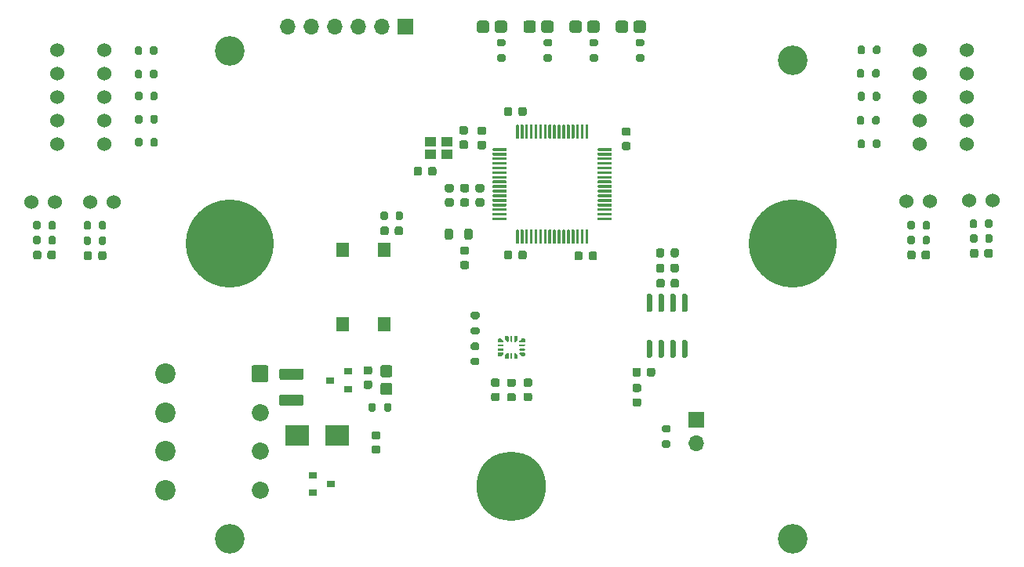
<source format=gts>
%TF.GenerationSoftware,KiCad,Pcbnew,(5.1.12)-1*%
%TF.CreationDate,2022-01-24T11:21:27+01:00*%
%TF.ProjectId,KieraV2,4b696572-6156-4322-9e6b-696361645f70,rev?*%
%TF.SameCoordinates,Original*%
%TF.FileFunction,Soldermask,Top*%
%TF.FilePolarity,Negative*%
%FSLAX46Y46*%
G04 Gerber Fmt 4.6, Leading zero omitted, Abs format (unit mm)*
G04 Created by KiCad (PCBNEW (5.1.12)-1) date 2022-01-24 11:21:27*
%MOMM*%
%LPD*%
G01*
G04 APERTURE LIST*
%ADD10O,1.700000X1.700000*%
%ADD11R,1.700000X1.700000*%
%ADD12C,0.100000*%
%ADD13C,1.524000*%
%ADD14C,2.200000*%
%ADD15C,1.850000*%
%ADD16C,3.200000*%
%ADD17C,9.500000*%
%ADD18C,7.500000*%
%ADD19R,1.400000X1.600000*%
%ADD20R,1.150000X1.000000*%
%ADD21R,0.900000X0.800000*%
%ADD22R,2.500000X2.300000*%
G04 APERTURE END LIST*
D10*
X133860000Y-92375000D03*
X136400000Y-92375000D03*
X138940000Y-92375000D03*
X141480000Y-92375000D03*
X144020000Y-92375000D03*
D11*
X146560000Y-92375000D03*
D12*
G36*
X156883566Y-126076441D02*
G01*
X156897635Y-126080709D01*
X156910602Y-126087640D01*
X156921967Y-126096967D01*
X157128033Y-126303033D01*
X157137360Y-126314398D01*
X157144291Y-126327365D01*
X157148559Y-126341434D01*
X157150000Y-126356066D01*
X157150000Y-126400000D01*
X157148559Y-126414632D01*
X157144291Y-126428701D01*
X157137360Y-126441668D01*
X157128033Y-126453033D01*
X157116668Y-126462360D01*
X157103701Y-126469291D01*
X157089632Y-126473559D01*
X157075000Y-126475000D01*
X156600000Y-126475000D01*
X156585368Y-126473559D01*
X156571299Y-126469291D01*
X156558332Y-126462360D01*
X156546967Y-126453033D01*
X156537640Y-126441668D01*
X156530709Y-126428701D01*
X156526441Y-126414632D01*
X156525000Y-126400000D01*
X156525000Y-126150000D01*
X156526441Y-126135368D01*
X156530709Y-126121299D01*
X156537640Y-126108332D01*
X156546967Y-126096967D01*
X156558332Y-126087640D01*
X156571299Y-126080709D01*
X156585368Y-126076441D01*
X156600000Y-126075000D01*
X156868934Y-126075000D01*
X156883566Y-126076441D01*
G37*
G36*
G01*
X156525000Y-126825000D02*
X156525000Y-126725000D01*
G75*
G02*
X156575000Y-126675000I50000J0D01*
G01*
X157100000Y-126675000D01*
G75*
G02*
X157150000Y-126725000I0J-50000D01*
G01*
X157150000Y-126825000D01*
G75*
G02*
X157100000Y-126875000I-50000J0D01*
G01*
X156575000Y-126875000D01*
G75*
G02*
X156525000Y-126825000I0J50000D01*
G01*
G37*
G36*
G01*
X156525000Y-127325000D02*
X156525000Y-127225000D01*
G75*
G02*
X156575000Y-127175000I50000J0D01*
G01*
X157100000Y-127175000D01*
G75*
G02*
X157150000Y-127225000I0J-50000D01*
G01*
X157150000Y-127325000D01*
G75*
G02*
X157100000Y-127375000I-50000J0D01*
G01*
X156575000Y-127375000D01*
G75*
G02*
X156525000Y-127325000I0J50000D01*
G01*
G37*
G36*
X157089632Y-127576441D02*
G01*
X157103701Y-127580709D01*
X157116668Y-127587640D01*
X157128033Y-127596967D01*
X157137360Y-127608332D01*
X157144291Y-127621299D01*
X157148559Y-127635368D01*
X157150000Y-127650000D01*
X157150000Y-127693934D01*
X157148559Y-127708566D01*
X157144291Y-127722635D01*
X157137360Y-127735602D01*
X157128033Y-127746967D01*
X156921967Y-127953033D01*
X156910602Y-127962360D01*
X156897635Y-127969291D01*
X156883566Y-127973559D01*
X156868934Y-127975000D01*
X156600000Y-127975000D01*
X156585368Y-127973559D01*
X156571299Y-127969291D01*
X156558332Y-127962360D01*
X156546967Y-127953033D01*
X156537640Y-127941668D01*
X156530709Y-127928701D01*
X156526441Y-127914632D01*
X156525000Y-127900000D01*
X156525000Y-127650000D01*
X156526441Y-127635368D01*
X156530709Y-127621299D01*
X156537640Y-127608332D01*
X156546967Y-127596967D01*
X156558332Y-127587640D01*
X156571299Y-127580709D01*
X156585368Y-127576441D01*
X156600000Y-127575000D01*
X157075000Y-127575000D01*
X157089632Y-127576441D01*
G37*
G36*
X157639632Y-127626441D02*
G01*
X157653701Y-127630709D01*
X157666668Y-127637640D01*
X157678033Y-127646967D01*
X157687360Y-127658332D01*
X157694291Y-127671299D01*
X157698559Y-127685368D01*
X157700000Y-127700000D01*
X157700000Y-128175000D01*
X157698559Y-128189632D01*
X157694291Y-128203701D01*
X157687360Y-128216668D01*
X157678033Y-128228033D01*
X157666668Y-128237360D01*
X157653701Y-128244291D01*
X157639632Y-128248559D01*
X157625000Y-128250000D01*
X157375000Y-128250000D01*
X157360368Y-128248559D01*
X157346299Y-128244291D01*
X157333332Y-128237360D01*
X157321967Y-128228033D01*
X157312640Y-128216668D01*
X157305709Y-128203701D01*
X157301441Y-128189632D01*
X157300000Y-128175000D01*
X157300000Y-127906066D01*
X157301441Y-127891434D01*
X157305709Y-127877365D01*
X157312640Y-127864398D01*
X157321967Y-127853033D01*
X157528033Y-127646967D01*
X157539398Y-127637640D01*
X157552365Y-127630709D01*
X157566434Y-127626441D01*
X157581066Y-127625000D01*
X157625000Y-127625000D01*
X157639632Y-127626441D01*
G37*
G36*
G01*
X157900000Y-128200000D02*
X157900000Y-127675000D01*
G75*
G02*
X157950000Y-127625000I50000J0D01*
G01*
X158050000Y-127625000D01*
G75*
G02*
X158100000Y-127675000I0J-50000D01*
G01*
X158100000Y-128200000D01*
G75*
G02*
X158050000Y-128250000I-50000J0D01*
G01*
X157950000Y-128250000D01*
G75*
G02*
X157900000Y-128200000I0J50000D01*
G01*
G37*
G36*
X158433566Y-127626441D02*
G01*
X158447635Y-127630709D01*
X158460602Y-127637640D01*
X158471967Y-127646967D01*
X158678033Y-127853033D01*
X158687360Y-127864398D01*
X158694291Y-127877365D01*
X158698559Y-127891434D01*
X158700000Y-127906066D01*
X158700000Y-128175000D01*
X158698559Y-128189632D01*
X158694291Y-128203701D01*
X158687360Y-128216668D01*
X158678033Y-128228033D01*
X158666668Y-128237360D01*
X158653701Y-128244291D01*
X158639632Y-128248559D01*
X158625000Y-128250000D01*
X158375000Y-128250000D01*
X158360368Y-128248559D01*
X158346299Y-128244291D01*
X158333332Y-128237360D01*
X158321967Y-128228033D01*
X158312640Y-128216668D01*
X158305709Y-128203701D01*
X158301441Y-128189632D01*
X158300000Y-128175000D01*
X158300000Y-127700000D01*
X158301441Y-127685368D01*
X158305709Y-127671299D01*
X158312640Y-127658332D01*
X158321967Y-127646967D01*
X158333332Y-127637640D01*
X158346299Y-127630709D01*
X158360368Y-127626441D01*
X158375000Y-127625000D01*
X158418934Y-127625000D01*
X158433566Y-127626441D01*
G37*
G36*
X159414632Y-127576441D02*
G01*
X159428701Y-127580709D01*
X159441668Y-127587640D01*
X159453033Y-127596967D01*
X159462360Y-127608332D01*
X159469291Y-127621299D01*
X159473559Y-127635368D01*
X159475000Y-127650000D01*
X159475000Y-127900000D01*
X159473559Y-127914632D01*
X159469291Y-127928701D01*
X159462360Y-127941668D01*
X159453033Y-127953033D01*
X159441668Y-127962360D01*
X159428701Y-127969291D01*
X159414632Y-127973559D01*
X159400000Y-127975000D01*
X159131066Y-127975000D01*
X159116434Y-127973559D01*
X159102365Y-127969291D01*
X159089398Y-127962360D01*
X159078033Y-127953033D01*
X158871967Y-127746967D01*
X158862640Y-127735602D01*
X158855709Y-127722635D01*
X158851441Y-127708566D01*
X158850000Y-127693934D01*
X158850000Y-127650000D01*
X158851441Y-127635368D01*
X158855709Y-127621299D01*
X158862640Y-127608332D01*
X158871967Y-127596967D01*
X158883332Y-127587640D01*
X158896299Y-127580709D01*
X158910368Y-127576441D01*
X158925000Y-127575000D01*
X159400000Y-127575000D01*
X159414632Y-127576441D01*
G37*
G36*
G01*
X158850000Y-127325000D02*
X158850000Y-127225000D01*
G75*
G02*
X158900000Y-127175000I50000J0D01*
G01*
X159425000Y-127175000D01*
G75*
G02*
X159475000Y-127225000I0J-50000D01*
G01*
X159475000Y-127325000D01*
G75*
G02*
X159425000Y-127375000I-50000J0D01*
G01*
X158900000Y-127375000D01*
G75*
G02*
X158850000Y-127325000I0J50000D01*
G01*
G37*
G36*
G01*
X158850000Y-126825000D02*
X158850000Y-126725000D01*
G75*
G02*
X158900000Y-126675000I50000J0D01*
G01*
X159425000Y-126675000D01*
G75*
G02*
X159475000Y-126725000I0J-50000D01*
G01*
X159475000Y-126825000D01*
G75*
G02*
X159425000Y-126875000I-50000J0D01*
G01*
X158900000Y-126875000D01*
G75*
G02*
X158850000Y-126825000I0J50000D01*
G01*
G37*
G36*
X159414632Y-126076441D02*
G01*
X159428701Y-126080709D01*
X159441668Y-126087640D01*
X159453033Y-126096967D01*
X159462360Y-126108332D01*
X159469291Y-126121299D01*
X159473559Y-126135368D01*
X159475000Y-126150000D01*
X159475000Y-126400000D01*
X159473559Y-126414632D01*
X159469291Y-126428701D01*
X159462360Y-126441668D01*
X159453033Y-126453033D01*
X159441668Y-126462360D01*
X159428701Y-126469291D01*
X159414632Y-126473559D01*
X159400000Y-126475000D01*
X158925000Y-126475000D01*
X158910368Y-126473559D01*
X158896299Y-126469291D01*
X158883332Y-126462360D01*
X158871967Y-126453033D01*
X158862640Y-126441668D01*
X158855709Y-126428701D01*
X158851441Y-126414632D01*
X158850000Y-126400000D01*
X158850000Y-126356066D01*
X158851441Y-126341434D01*
X158855709Y-126327365D01*
X158862640Y-126314398D01*
X158871967Y-126303033D01*
X159078033Y-126096967D01*
X159089398Y-126087640D01*
X159102365Y-126080709D01*
X159116434Y-126076441D01*
X159131066Y-126075000D01*
X159400000Y-126075000D01*
X159414632Y-126076441D01*
G37*
G36*
X158639632Y-125801441D02*
G01*
X158653701Y-125805709D01*
X158666668Y-125812640D01*
X158678033Y-125821967D01*
X158687360Y-125833332D01*
X158694291Y-125846299D01*
X158698559Y-125860368D01*
X158700000Y-125875000D01*
X158700000Y-126143934D01*
X158698559Y-126158566D01*
X158694291Y-126172635D01*
X158687360Y-126185602D01*
X158678033Y-126196967D01*
X158471967Y-126403033D01*
X158460602Y-126412360D01*
X158447635Y-126419291D01*
X158433566Y-126423559D01*
X158418934Y-126425000D01*
X158375000Y-126425000D01*
X158360368Y-126423559D01*
X158346299Y-126419291D01*
X158333332Y-126412360D01*
X158321967Y-126403033D01*
X158312640Y-126391668D01*
X158305709Y-126378701D01*
X158301441Y-126364632D01*
X158300000Y-126350000D01*
X158300000Y-125875000D01*
X158301441Y-125860368D01*
X158305709Y-125846299D01*
X158312640Y-125833332D01*
X158321967Y-125821967D01*
X158333332Y-125812640D01*
X158346299Y-125805709D01*
X158360368Y-125801441D01*
X158375000Y-125800000D01*
X158625000Y-125800000D01*
X158639632Y-125801441D01*
G37*
G36*
G01*
X157900000Y-126375000D02*
X157900000Y-125850000D01*
G75*
G02*
X157950000Y-125800000I50000J0D01*
G01*
X158050000Y-125800000D01*
G75*
G02*
X158100000Y-125850000I0J-50000D01*
G01*
X158100000Y-126375000D01*
G75*
G02*
X158050000Y-126425000I-50000J0D01*
G01*
X157950000Y-126425000D01*
G75*
G02*
X157900000Y-126375000I0J50000D01*
G01*
G37*
G36*
X157639632Y-125801441D02*
G01*
X157653701Y-125805709D01*
X157666668Y-125812640D01*
X157678033Y-125821967D01*
X157687360Y-125833332D01*
X157694291Y-125846299D01*
X157698559Y-125860368D01*
X157700000Y-125875000D01*
X157700000Y-126350000D01*
X157698559Y-126364632D01*
X157694291Y-126378701D01*
X157687360Y-126391668D01*
X157678033Y-126403033D01*
X157666668Y-126412360D01*
X157653701Y-126419291D01*
X157639632Y-126423559D01*
X157625000Y-126425000D01*
X157581066Y-126425000D01*
X157566434Y-126423559D01*
X157552365Y-126419291D01*
X157539398Y-126412360D01*
X157528033Y-126403033D01*
X157321967Y-126196967D01*
X157312640Y-126185602D01*
X157305709Y-126172635D01*
X157301441Y-126158566D01*
X157300000Y-126143934D01*
X157300000Y-125875000D01*
X157301441Y-125860368D01*
X157305709Y-125846299D01*
X157312640Y-125833332D01*
X157321967Y-125821967D01*
X157333332Y-125812640D01*
X157346299Y-125805709D01*
X157360368Y-125801441D01*
X157375000Y-125800000D01*
X157625000Y-125800000D01*
X157639632Y-125801441D01*
G37*
G36*
G01*
X143125000Y-137625000D02*
X143625000Y-137625000D01*
G75*
G02*
X143850000Y-137850000I0J-225000D01*
G01*
X143850000Y-138300000D01*
G75*
G02*
X143625000Y-138525000I-225000J0D01*
G01*
X143125000Y-138525000D01*
G75*
G02*
X142900000Y-138300000I0J225000D01*
G01*
X142900000Y-137850000D01*
G75*
G02*
X143125000Y-137625000I225000J0D01*
G01*
G37*
G36*
G01*
X143125000Y-136075000D02*
X143625000Y-136075000D01*
G75*
G02*
X143850000Y-136300000I0J-225000D01*
G01*
X143850000Y-136750000D01*
G75*
G02*
X143625000Y-136975000I-225000J0D01*
G01*
X143125000Y-136975000D01*
G75*
G02*
X142900000Y-136750000I0J225000D01*
G01*
X142900000Y-136300000D01*
G75*
G02*
X143125000Y-136075000I225000J0D01*
G01*
G37*
D13*
X114015000Y-105030000D03*
X114015000Y-102490000D03*
X114015000Y-99950000D03*
X114015000Y-97410000D03*
X114015000Y-94870000D03*
X108935000Y-94870000D03*
X108935000Y-97410000D03*
X108935000Y-99950000D03*
X108935000Y-102490000D03*
X108935000Y-105030000D03*
D14*
X120650000Y-142450000D03*
X120650000Y-138250000D03*
X120650000Y-134050000D03*
X120650000Y-129850000D03*
D15*
X130850000Y-142450000D03*
X130850000Y-138250000D03*
X130850000Y-134050000D03*
G36*
G01*
X130174999Y-128925000D02*
X131525001Y-128925000D01*
G75*
G02*
X131775000Y-129174999I0J-249999D01*
G01*
X131775000Y-130525001D01*
G75*
G02*
X131525001Y-130775000I-249999J0D01*
G01*
X130174999Y-130775000D01*
G75*
G02*
X129925000Y-130525001I0J249999D01*
G01*
X129925000Y-129174999D01*
G75*
G02*
X130174999Y-128925000I249999J0D01*
G01*
G37*
D16*
X127600000Y-95000000D03*
X188400000Y-96000000D03*
X188400000Y-147700000D03*
X127600000Y-147700000D03*
D17*
X188400000Y-115825000D03*
X127600000Y-115825000D03*
D18*
X158000000Y-142075000D03*
G36*
G01*
X158100000Y-116775000D02*
X158100000Y-117275000D01*
G75*
G02*
X157875000Y-117500000I-225000J0D01*
G01*
X157425000Y-117500000D01*
G75*
G02*
X157200000Y-117275000I0J225000D01*
G01*
X157200000Y-116775000D01*
G75*
G02*
X157425000Y-116550000I225000J0D01*
G01*
X157875000Y-116550000D01*
G75*
G02*
X158100000Y-116775000I0J-225000D01*
G01*
G37*
G36*
G01*
X159650000Y-116775000D02*
X159650000Y-117275000D01*
G75*
G02*
X159425000Y-117500000I-225000J0D01*
G01*
X158975000Y-117500000D01*
G75*
G02*
X158750000Y-117275000I0J225000D01*
G01*
X158750000Y-116775000D01*
G75*
G02*
X158975000Y-116550000I225000J0D01*
G01*
X159425000Y-116550000D01*
G75*
G02*
X159650000Y-116775000I0J-225000D01*
G01*
G37*
D13*
X202060000Y-94895000D03*
X202060000Y-97435000D03*
X202060000Y-99975000D03*
X202060000Y-102515000D03*
X202060000Y-105055000D03*
X207140000Y-105055000D03*
X207140000Y-102515000D03*
X207140000Y-99975000D03*
X207140000Y-97435000D03*
X207140000Y-94895000D03*
G36*
G01*
X158500000Y-104400000D02*
X158500000Y-103000000D01*
G75*
G02*
X158575000Y-102925000I75000J0D01*
G01*
X158725000Y-102925000D01*
G75*
G02*
X158800000Y-103000000I0J-75000D01*
G01*
X158800000Y-104400000D01*
G75*
G02*
X158725000Y-104475000I-75000J0D01*
G01*
X158575000Y-104475000D01*
G75*
G02*
X158500000Y-104400000I0J75000D01*
G01*
G37*
G36*
G01*
X159000000Y-104400000D02*
X159000000Y-103000000D01*
G75*
G02*
X159075000Y-102925000I75000J0D01*
G01*
X159225000Y-102925000D01*
G75*
G02*
X159300000Y-103000000I0J-75000D01*
G01*
X159300000Y-104400000D01*
G75*
G02*
X159225000Y-104475000I-75000J0D01*
G01*
X159075000Y-104475000D01*
G75*
G02*
X159000000Y-104400000I0J75000D01*
G01*
G37*
G36*
G01*
X159500000Y-104400000D02*
X159500000Y-103000000D01*
G75*
G02*
X159575000Y-102925000I75000J0D01*
G01*
X159725000Y-102925000D01*
G75*
G02*
X159800000Y-103000000I0J-75000D01*
G01*
X159800000Y-104400000D01*
G75*
G02*
X159725000Y-104475000I-75000J0D01*
G01*
X159575000Y-104475000D01*
G75*
G02*
X159500000Y-104400000I0J75000D01*
G01*
G37*
G36*
G01*
X160000000Y-104400000D02*
X160000000Y-103000000D01*
G75*
G02*
X160075000Y-102925000I75000J0D01*
G01*
X160225000Y-102925000D01*
G75*
G02*
X160300000Y-103000000I0J-75000D01*
G01*
X160300000Y-104400000D01*
G75*
G02*
X160225000Y-104475000I-75000J0D01*
G01*
X160075000Y-104475000D01*
G75*
G02*
X160000000Y-104400000I0J75000D01*
G01*
G37*
G36*
G01*
X160500000Y-104400000D02*
X160500000Y-103000000D01*
G75*
G02*
X160575000Y-102925000I75000J0D01*
G01*
X160725000Y-102925000D01*
G75*
G02*
X160800000Y-103000000I0J-75000D01*
G01*
X160800000Y-104400000D01*
G75*
G02*
X160725000Y-104475000I-75000J0D01*
G01*
X160575000Y-104475000D01*
G75*
G02*
X160500000Y-104400000I0J75000D01*
G01*
G37*
G36*
G01*
X161000000Y-104400000D02*
X161000000Y-103000000D01*
G75*
G02*
X161075000Y-102925000I75000J0D01*
G01*
X161225000Y-102925000D01*
G75*
G02*
X161300000Y-103000000I0J-75000D01*
G01*
X161300000Y-104400000D01*
G75*
G02*
X161225000Y-104475000I-75000J0D01*
G01*
X161075000Y-104475000D01*
G75*
G02*
X161000000Y-104400000I0J75000D01*
G01*
G37*
G36*
G01*
X161500000Y-104400000D02*
X161500000Y-103000000D01*
G75*
G02*
X161575000Y-102925000I75000J0D01*
G01*
X161725000Y-102925000D01*
G75*
G02*
X161800000Y-103000000I0J-75000D01*
G01*
X161800000Y-104400000D01*
G75*
G02*
X161725000Y-104475000I-75000J0D01*
G01*
X161575000Y-104475000D01*
G75*
G02*
X161500000Y-104400000I0J75000D01*
G01*
G37*
G36*
G01*
X162000000Y-104400000D02*
X162000000Y-103000000D01*
G75*
G02*
X162075000Y-102925000I75000J0D01*
G01*
X162225000Y-102925000D01*
G75*
G02*
X162300000Y-103000000I0J-75000D01*
G01*
X162300000Y-104400000D01*
G75*
G02*
X162225000Y-104475000I-75000J0D01*
G01*
X162075000Y-104475000D01*
G75*
G02*
X162000000Y-104400000I0J75000D01*
G01*
G37*
G36*
G01*
X162500000Y-104400000D02*
X162500000Y-103000000D01*
G75*
G02*
X162575000Y-102925000I75000J0D01*
G01*
X162725000Y-102925000D01*
G75*
G02*
X162800000Y-103000000I0J-75000D01*
G01*
X162800000Y-104400000D01*
G75*
G02*
X162725000Y-104475000I-75000J0D01*
G01*
X162575000Y-104475000D01*
G75*
G02*
X162500000Y-104400000I0J75000D01*
G01*
G37*
G36*
G01*
X163000000Y-104400000D02*
X163000000Y-103000000D01*
G75*
G02*
X163075000Y-102925000I75000J0D01*
G01*
X163225000Y-102925000D01*
G75*
G02*
X163300000Y-103000000I0J-75000D01*
G01*
X163300000Y-104400000D01*
G75*
G02*
X163225000Y-104475000I-75000J0D01*
G01*
X163075000Y-104475000D01*
G75*
G02*
X163000000Y-104400000I0J75000D01*
G01*
G37*
G36*
G01*
X163500000Y-104400000D02*
X163500000Y-103000000D01*
G75*
G02*
X163575000Y-102925000I75000J0D01*
G01*
X163725000Y-102925000D01*
G75*
G02*
X163800000Y-103000000I0J-75000D01*
G01*
X163800000Y-104400000D01*
G75*
G02*
X163725000Y-104475000I-75000J0D01*
G01*
X163575000Y-104475000D01*
G75*
G02*
X163500000Y-104400000I0J75000D01*
G01*
G37*
G36*
G01*
X164000000Y-104400000D02*
X164000000Y-103000000D01*
G75*
G02*
X164075000Y-102925000I75000J0D01*
G01*
X164225000Y-102925000D01*
G75*
G02*
X164300000Y-103000000I0J-75000D01*
G01*
X164300000Y-104400000D01*
G75*
G02*
X164225000Y-104475000I-75000J0D01*
G01*
X164075000Y-104475000D01*
G75*
G02*
X164000000Y-104400000I0J75000D01*
G01*
G37*
G36*
G01*
X164500000Y-104400000D02*
X164500000Y-103000000D01*
G75*
G02*
X164575000Y-102925000I75000J0D01*
G01*
X164725000Y-102925000D01*
G75*
G02*
X164800000Y-103000000I0J-75000D01*
G01*
X164800000Y-104400000D01*
G75*
G02*
X164725000Y-104475000I-75000J0D01*
G01*
X164575000Y-104475000D01*
G75*
G02*
X164500000Y-104400000I0J75000D01*
G01*
G37*
G36*
G01*
X165000000Y-104400000D02*
X165000000Y-103000000D01*
G75*
G02*
X165075000Y-102925000I75000J0D01*
G01*
X165225000Y-102925000D01*
G75*
G02*
X165300000Y-103000000I0J-75000D01*
G01*
X165300000Y-104400000D01*
G75*
G02*
X165225000Y-104475000I-75000J0D01*
G01*
X165075000Y-104475000D01*
G75*
G02*
X165000000Y-104400000I0J75000D01*
G01*
G37*
G36*
G01*
X165500000Y-104400000D02*
X165500000Y-103000000D01*
G75*
G02*
X165575000Y-102925000I75000J0D01*
G01*
X165725000Y-102925000D01*
G75*
G02*
X165800000Y-103000000I0J-75000D01*
G01*
X165800000Y-104400000D01*
G75*
G02*
X165725000Y-104475000I-75000J0D01*
G01*
X165575000Y-104475000D01*
G75*
G02*
X165500000Y-104400000I0J75000D01*
G01*
G37*
G36*
G01*
X166000000Y-104400000D02*
X166000000Y-103000000D01*
G75*
G02*
X166075000Y-102925000I75000J0D01*
G01*
X166225000Y-102925000D01*
G75*
G02*
X166300000Y-103000000I0J-75000D01*
G01*
X166300000Y-104400000D01*
G75*
G02*
X166225000Y-104475000I-75000J0D01*
G01*
X166075000Y-104475000D01*
G75*
G02*
X166000000Y-104400000I0J75000D01*
G01*
G37*
G36*
G01*
X167300000Y-105700000D02*
X167300000Y-105550000D01*
G75*
G02*
X167375000Y-105475000I75000J0D01*
G01*
X168775000Y-105475000D01*
G75*
G02*
X168850000Y-105550000I0J-75000D01*
G01*
X168850000Y-105700000D01*
G75*
G02*
X168775000Y-105775000I-75000J0D01*
G01*
X167375000Y-105775000D01*
G75*
G02*
X167300000Y-105700000I0J75000D01*
G01*
G37*
G36*
G01*
X167300000Y-106200000D02*
X167300000Y-106050000D01*
G75*
G02*
X167375000Y-105975000I75000J0D01*
G01*
X168775000Y-105975000D01*
G75*
G02*
X168850000Y-106050000I0J-75000D01*
G01*
X168850000Y-106200000D01*
G75*
G02*
X168775000Y-106275000I-75000J0D01*
G01*
X167375000Y-106275000D01*
G75*
G02*
X167300000Y-106200000I0J75000D01*
G01*
G37*
G36*
G01*
X167300000Y-106700000D02*
X167300000Y-106550000D01*
G75*
G02*
X167375000Y-106475000I75000J0D01*
G01*
X168775000Y-106475000D01*
G75*
G02*
X168850000Y-106550000I0J-75000D01*
G01*
X168850000Y-106700000D01*
G75*
G02*
X168775000Y-106775000I-75000J0D01*
G01*
X167375000Y-106775000D01*
G75*
G02*
X167300000Y-106700000I0J75000D01*
G01*
G37*
G36*
G01*
X167300000Y-107200000D02*
X167300000Y-107050000D01*
G75*
G02*
X167375000Y-106975000I75000J0D01*
G01*
X168775000Y-106975000D01*
G75*
G02*
X168850000Y-107050000I0J-75000D01*
G01*
X168850000Y-107200000D01*
G75*
G02*
X168775000Y-107275000I-75000J0D01*
G01*
X167375000Y-107275000D01*
G75*
G02*
X167300000Y-107200000I0J75000D01*
G01*
G37*
G36*
G01*
X167300000Y-107700000D02*
X167300000Y-107550000D01*
G75*
G02*
X167375000Y-107475000I75000J0D01*
G01*
X168775000Y-107475000D01*
G75*
G02*
X168850000Y-107550000I0J-75000D01*
G01*
X168850000Y-107700000D01*
G75*
G02*
X168775000Y-107775000I-75000J0D01*
G01*
X167375000Y-107775000D01*
G75*
G02*
X167300000Y-107700000I0J75000D01*
G01*
G37*
G36*
G01*
X167300000Y-108200000D02*
X167300000Y-108050000D01*
G75*
G02*
X167375000Y-107975000I75000J0D01*
G01*
X168775000Y-107975000D01*
G75*
G02*
X168850000Y-108050000I0J-75000D01*
G01*
X168850000Y-108200000D01*
G75*
G02*
X168775000Y-108275000I-75000J0D01*
G01*
X167375000Y-108275000D01*
G75*
G02*
X167300000Y-108200000I0J75000D01*
G01*
G37*
G36*
G01*
X167300000Y-108700000D02*
X167300000Y-108550000D01*
G75*
G02*
X167375000Y-108475000I75000J0D01*
G01*
X168775000Y-108475000D01*
G75*
G02*
X168850000Y-108550000I0J-75000D01*
G01*
X168850000Y-108700000D01*
G75*
G02*
X168775000Y-108775000I-75000J0D01*
G01*
X167375000Y-108775000D01*
G75*
G02*
X167300000Y-108700000I0J75000D01*
G01*
G37*
G36*
G01*
X167300000Y-109200000D02*
X167300000Y-109050000D01*
G75*
G02*
X167375000Y-108975000I75000J0D01*
G01*
X168775000Y-108975000D01*
G75*
G02*
X168850000Y-109050000I0J-75000D01*
G01*
X168850000Y-109200000D01*
G75*
G02*
X168775000Y-109275000I-75000J0D01*
G01*
X167375000Y-109275000D01*
G75*
G02*
X167300000Y-109200000I0J75000D01*
G01*
G37*
G36*
G01*
X167300000Y-109700000D02*
X167300000Y-109550000D01*
G75*
G02*
X167375000Y-109475000I75000J0D01*
G01*
X168775000Y-109475000D01*
G75*
G02*
X168850000Y-109550000I0J-75000D01*
G01*
X168850000Y-109700000D01*
G75*
G02*
X168775000Y-109775000I-75000J0D01*
G01*
X167375000Y-109775000D01*
G75*
G02*
X167300000Y-109700000I0J75000D01*
G01*
G37*
G36*
G01*
X167300000Y-110200000D02*
X167300000Y-110050000D01*
G75*
G02*
X167375000Y-109975000I75000J0D01*
G01*
X168775000Y-109975000D01*
G75*
G02*
X168850000Y-110050000I0J-75000D01*
G01*
X168850000Y-110200000D01*
G75*
G02*
X168775000Y-110275000I-75000J0D01*
G01*
X167375000Y-110275000D01*
G75*
G02*
X167300000Y-110200000I0J75000D01*
G01*
G37*
G36*
G01*
X167300000Y-110700000D02*
X167300000Y-110550000D01*
G75*
G02*
X167375000Y-110475000I75000J0D01*
G01*
X168775000Y-110475000D01*
G75*
G02*
X168850000Y-110550000I0J-75000D01*
G01*
X168850000Y-110700000D01*
G75*
G02*
X168775000Y-110775000I-75000J0D01*
G01*
X167375000Y-110775000D01*
G75*
G02*
X167300000Y-110700000I0J75000D01*
G01*
G37*
G36*
G01*
X167300000Y-111200000D02*
X167300000Y-111050000D01*
G75*
G02*
X167375000Y-110975000I75000J0D01*
G01*
X168775000Y-110975000D01*
G75*
G02*
X168850000Y-111050000I0J-75000D01*
G01*
X168850000Y-111200000D01*
G75*
G02*
X168775000Y-111275000I-75000J0D01*
G01*
X167375000Y-111275000D01*
G75*
G02*
X167300000Y-111200000I0J75000D01*
G01*
G37*
G36*
G01*
X167300000Y-111700000D02*
X167300000Y-111550000D01*
G75*
G02*
X167375000Y-111475000I75000J0D01*
G01*
X168775000Y-111475000D01*
G75*
G02*
X168850000Y-111550000I0J-75000D01*
G01*
X168850000Y-111700000D01*
G75*
G02*
X168775000Y-111775000I-75000J0D01*
G01*
X167375000Y-111775000D01*
G75*
G02*
X167300000Y-111700000I0J75000D01*
G01*
G37*
G36*
G01*
X167300000Y-112200000D02*
X167300000Y-112050000D01*
G75*
G02*
X167375000Y-111975000I75000J0D01*
G01*
X168775000Y-111975000D01*
G75*
G02*
X168850000Y-112050000I0J-75000D01*
G01*
X168850000Y-112200000D01*
G75*
G02*
X168775000Y-112275000I-75000J0D01*
G01*
X167375000Y-112275000D01*
G75*
G02*
X167300000Y-112200000I0J75000D01*
G01*
G37*
G36*
G01*
X167300000Y-112700000D02*
X167300000Y-112550000D01*
G75*
G02*
X167375000Y-112475000I75000J0D01*
G01*
X168775000Y-112475000D01*
G75*
G02*
X168850000Y-112550000I0J-75000D01*
G01*
X168850000Y-112700000D01*
G75*
G02*
X168775000Y-112775000I-75000J0D01*
G01*
X167375000Y-112775000D01*
G75*
G02*
X167300000Y-112700000I0J75000D01*
G01*
G37*
G36*
G01*
X167300000Y-113200000D02*
X167300000Y-113050000D01*
G75*
G02*
X167375000Y-112975000I75000J0D01*
G01*
X168775000Y-112975000D01*
G75*
G02*
X168850000Y-113050000I0J-75000D01*
G01*
X168850000Y-113200000D01*
G75*
G02*
X168775000Y-113275000I-75000J0D01*
G01*
X167375000Y-113275000D01*
G75*
G02*
X167300000Y-113200000I0J75000D01*
G01*
G37*
G36*
G01*
X166000000Y-115750000D02*
X166000000Y-114350000D01*
G75*
G02*
X166075000Y-114275000I75000J0D01*
G01*
X166225000Y-114275000D01*
G75*
G02*
X166300000Y-114350000I0J-75000D01*
G01*
X166300000Y-115750000D01*
G75*
G02*
X166225000Y-115825000I-75000J0D01*
G01*
X166075000Y-115825000D01*
G75*
G02*
X166000000Y-115750000I0J75000D01*
G01*
G37*
G36*
G01*
X165500000Y-115750000D02*
X165500000Y-114350000D01*
G75*
G02*
X165575000Y-114275000I75000J0D01*
G01*
X165725000Y-114275000D01*
G75*
G02*
X165800000Y-114350000I0J-75000D01*
G01*
X165800000Y-115750000D01*
G75*
G02*
X165725000Y-115825000I-75000J0D01*
G01*
X165575000Y-115825000D01*
G75*
G02*
X165500000Y-115750000I0J75000D01*
G01*
G37*
G36*
G01*
X165000000Y-115750000D02*
X165000000Y-114350000D01*
G75*
G02*
X165075000Y-114275000I75000J0D01*
G01*
X165225000Y-114275000D01*
G75*
G02*
X165300000Y-114350000I0J-75000D01*
G01*
X165300000Y-115750000D01*
G75*
G02*
X165225000Y-115825000I-75000J0D01*
G01*
X165075000Y-115825000D01*
G75*
G02*
X165000000Y-115750000I0J75000D01*
G01*
G37*
G36*
G01*
X164500000Y-115750000D02*
X164500000Y-114350000D01*
G75*
G02*
X164575000Y-114275000I75000J0D01*
G01*
X164725000Y-114275000D01*
G75*
G02*
X164800000Y-114350000I0J-75000D01*
G01*
X164800000Y-115750000D01*
G75*
G02*
X164725000Y-115825000I-75000J0D01*
G01*
X164575000Y-115825000D01*
G75*
G02*
X164500000Y-115750000I0J75000D01*
G01*
G37*
G36*
G01*
X164000000Y-115750000D02*
X164000000Y-114350000D01*
G75*
G02*
X164075000Y-114275000I75000J0D01*
G01*
X164225000Y-114275000D01*
G75*
G02*
X164300000Y-114350000I0J-75000D01*
G01*
X164300000Y-115750000D01*
G75*
G02*
X164225000Y-115825000I-75000J0D01*
G01*
X164075000Y-115825000D01*
G75*
G02*
X164000000Y-115750000I0J75000D01*
G01*
G37*
G36*
G01*
X163500000Y-115750000D02*
X163500000Y-114350000D01*
G75*
G02*
X163575000Y-114275000I75000J0D01*
G01*
X163725000Y-114275000D01*
G75*
G02*
X163800000Y-114350000I0J-75000D01*
G01*
X163800000Y-115750000D01*
G75*
G02*
X163725000Y-115825000I-75000J0D01*
G01*
X163575000Y-115825000D01*
G75*
G02*
X163500000Y-115750000I0J75000D01*
G01*
G37*
G36*
G01*
X163000000Y-115750000D02*
X163000000Y-114350000D01*
G75*
G02*
X163075000Y-114275000I75000J0D01*
G01*
X163225000Y-114275000D01*
G75*
G02*
X163300000Y-114350000I0J-75000D01*
G01*
X163300000Y-115750000D01*
G75*
G02*
X163225000Y-115825000I-75000J0D01*
G01*
X163075000Y-115825000D01*
G75*
G02*
X163000000Y-115750000I0J75000D01*
G01*
G37*
G36*
G01*
X162500000Y-115750000D02*
X162500000Y-114350000D01*
G75*
G02*
X162575000Y-114275000I75000J0D01*
G01*
X162725000Y-114275000D01*
G75*
G02*
X162800000Y-114350000I0J-75000D01*
G01*
X162800000Y-115750000D01*
G75*
G02*
X162725000Y-115825000I-75000J0D01*
G01*
X162575000Y-115825000D01*
G75*
G02*
X162500000Y-115750000I0J75000D01*
G01*
G37*
G36*
G01*
X162000000Y-115750000D02*
X162000000Y-114350000D01*
G75*
G02*
X162075000Y-114275000I75000J0D01*
G01*
X162225000Y-114275000D01*
G75*
G02*
X162300000Y-114350000I0J-75000D01*
G01*
X162300000Y-115750000D01*
G75*
G02*
X162225000Y-115825000I-75000J0D01*
G01*
X162075000Y-115825000D01*
G75*
G02*
X162000000Y-115750000I0J75000D01*
G01*
G37*
G36*
G01*
X161500000Y-115750000D02*
X161500000Y-114350000D01*
G75*
G02*
X161575000Y-114275000I75000J0D01*
G01*
X161725000Y-114275000D01*
G75*
G02*
X161800000Y-114350000I0J-75000D01*
G01*
X161800000Y-115750000D01*
G75*
G02*
X161725000Y-115825000I-75000J0D01*
G01*
X161575000Y-115825000D01*
G75*
G02*
X161500000Y-115750000I0J75000D01*
G01*
G37*
G36*
G01*
X161000000Y-115750000D02*
X161000000Y-114350000D01*
G75*
G02*
X161075000Y-114275000I75000J0D01*
G01*
X161225000Y-114275000D01*
G75*
G02*
X161300000Y-114350000I0J-75000D01*
G01*
X161300000Y-115750000D01*
G75*
G02*
X161225000Y-115825000I-75000J0D01*
G01*
X161075000Y-115825000D01*
G75*
G02*
X161000000Y-115750000I0J75000D01*
G01*
G37*
G36*
G01*
X160500000Y-115750000D02*
X160500000Y-114350000D01*
G75*
G02*
X160575000Y-114275000I75000J0D01*
G01*
X160725000Y-114275000D01*
G75*
G02*
X160800000Y-114350000I0J-75000D01*
G01*
X160800000Y-115750000D01*
G75*
G02*
X160725000Y-115825000I-75000J0D01*
G01*
X160575000Y-115825000D01*
G75*
G02*
X160500000Y-115750000I0J75000D01*
G01*
G37*
G36*
G01*
X160000000Y-115750000D02*
X160000000Y-114350000D01*
G75*
G02*
X160075000Y-114275000I75000J0D01*
G01*
X160225000Y-114275000D01*
G75*
G02*
X160300000Y-114350000I0J-75000D01*
G01*
X160300000Y-115750000D01*
G75*
G02*
X160225000Y-115825000I-75000J0D01*
G01*
X160075000Y-115825000D01*
G75*
G02*
X160000000Y-115750000I0J75000D01*
G01*
G37*
G36*
G01*
X159500000Y-115750000D02*
X159500000Y-114350000D01*
G75*
G02*
X159575000Y-114275000I75000J0D01*
G01*
X159725000Y-114275000D01*
G75*
G02*
X159800000Y-114350000I0J-75000D01*
G01*
X159800000Y-115750000D01*
G75*
G02*
X159725000Y-115825000I-75000J0D01*
G01*
X159575000Y-115825000D01*
G75*
G02*
X159500000Y-115750000I0J75000D01*
G01*
G37*
G36*
G01*
X159000000Y-115750000D02*
X159000000Y-114350000D01*
G75*
G02*
X159075000Y-114275000I75000J0D01*
G01*
X159225000Y-114275000D01*
G75*
G02*
X159300000Y-114350000I0J-75000D01*
G01*
X159300000Y-115750000D01*
G75*
G02*
X159225000Y-115825000I-75000J0D01*
G01*
X159075000Y-115825000D01*
G75*
G02*
X159000000Y-115750000I0J75000D01*
G01*
G37*
G36*
G01*
X158500000Y-115750000D02*
X158500000Y-114350000D01*
G75*
G02*
X158575000Y-114275000I75000J0D01*
G01*
X158725000Y-114275000D01*
G75*
G02*
X158800000Y-114350000I0J-75000D01*
G01*
X158800000Y-115750000D01*
G75*
G02*
X158725000Y-115825000I-75000J0D01*
G01*
X158575000Y-115825000D01*
G75*
G02*
X158500000Y-115750000I0J75000D01*
G01*
G37*
G36*
G01*
X155950000Y-113200000D02*
X155950000Y-113050000D01*
G75*
G02*
X156025000Y-112975000I75000J0D01*
G01*
X157425000Y-112975000D01*
G75*
G02*
X157500000Y-113050000I0J-75000D01*
G01*
X157500000Y-113200000D01*
G75*
G02*
X157425000Y-113275000I-75000J0D01*
G01*
X156025000Y-113275000D01*
G75*
G02*
X155950000Y-113200000I0J75000D01*
G01*
G37*
G36*
G01*
X155950000Y-112700000D02*
X155950000Y-112550000D01*
G75*
G02*
X156025000Y-112475000I75000J0D01*
G01*
X157425000Y-112475000D01*
G75*
G02*
X157500000Y-112550000I0J-75000D01*
G01*
X157500000Y-112700000D01*
G75*
G02*
X157425000Y-112775000I-75000J0D01*
G01*
X156025000Y-112775000D01*
G75*
G02*
X155950000Y-112700000I0J75000D01*
G01*
G37*
G36*
G01*
X155950000Y-112200000D02*
X155950000Y-112050000D01*
G75*
G02*
X156025000Y-111975000I75000J0D01*
G01*
X157425000Y-111975000D01*
G75*
G02*
X157500000Y-112050000I0J-75000D01*
G01*
X157500000Y-112200000D01*
G75*
G02*
X157425000Y-112275000I-75000J0D01*
G01*
X156025000Y-112275000D01*
G75*
G02*
X155950000Y-112200000I0J75000D01*
G01*
G37*
G36*
G01*
X155950000Y-111700000D02*
X155950000Y-111550000D01*
G75*
G02*
X156025000Y-111475000I75000J0D01*
G01*
X157425000Y-111475000D01*
G75*
G02*
X157500000Y-111550000I0J-75000D01*
G01*
X157500000Y-111700000D01*
G75*
G02*
X157425000Y-111775000I-75000J0D01*
G01*
X156025000Y-111775000D01*
G75*
G02*
X155950000Y-111700000I0J75000D01*
G01*
G37*
G36*
G01*
X155950000Y-111200000D02*
X155950000Y-111050000D01*
G75*
G02*
X156025000Y-110975000I75000J0D01*
G01*
X157425000Y-110975000D01*
G75*
G02*
X157500000Y-111050000I0J-75000D01*
G01*
X157500000Y-111200000D01*
G75*
G02*
X157425000Y-111275000I-75000J0D01*
G01*
X156025000Y-111275000D01*
G75*
G02*
X155950000Y-111200000I0J75000D01*
G01*
G37*
G36*
G01*
X155950000Y-110700000D02*
X155950000Y-110550000D01*
G75*
G02*
X156025000Y-110475000I75000J0D01*
G01*
X157425000Y-110475000D01*
G75*
G02*
X157500000Y-110550000I0J-75000D01*
G01*
X157500000Y-110700000D01*
G75*
G02*
X157425000Y-110775000I-75000J0D01*
G01*
X156025000Y-110775000D01*
G75*
G02*
X155950000Y-110700000I0J75000D01*
G01*
G37*
G36*
G01*
X155950000Y-110200000D02*
X155950000Y-110050000D01*
G75*
G02*
X156025000Y-109975000I75000J0D01*
G01*
X157425000Y-109975000D01*
G75*
G02*
X157500000Y-110050000I0J-75000D01*
G01*
X157500000Y-110200000D01*
G75*
G02*
X157425000Y-110275000I-75000J0D01*
G01*
X156025000Y-110275000D01*
G75*
G02*
X155950000Y-110200000I0J75000D01*
G01*
G37*
G36*
G01*
X155950000Y-109700000D02*
X155950000Y-109550000D01*
G75*
G02*
X156025000Y-109475000I75000J0D01*
G01*
X157425000Y-109475000D01*
G75*
G02*
X157500000Y-109550000I0J-75000D01*
G01*
X157500000Y-109700000D01*
G75*
G02*
X157425000Y-109775000I-75000J0D01*
G01*
X156025000Y-109775000D01*
G75*
G02*
X155950000Y-109700000I0J75000D01*
G01*
G37*
G36*
G01*
X155950000Y-109200000D02*
X155950000Y-109050000D01*
G75*
G02*
X156025000Y-108975000I75000J0D01*
G01*
X157425000Y-108975000D01*
G75*
G02*
X157500000Y-109050000I0J-75000D01*
G01*
X157500000Y-109200000D01*
G75*
G02*
X157425000Y-109275000I-75000J0D01*
G01*
X156025000Y-109275000D01*
G75*
G02*
X155950000Y-109200000I0J75000D01*
G01*
G37*
G36*
G01*
X155950000Y-108700000D02*
X155950000Y-108550000D01*
G75*
G02*
X156025000Y-108475000I75000J0D01*
G01*
X157425000Y-108475000D01*
G75*
G02*
X157500000Y-108550000I0J-75000D01*
G01*
X157500000Y-108700000D01*
G75*
G02*
X157425000Y-108775000I-75000J0D01*
G01*
X156025000Y-108775000D01*
G75*
G02*
X155950000Y-108700000I0J75000D01*
G01*
G37*
G36*
G01*
X155950000Y-108200000D02*
X155950000Y-108050000D01*
G75*
G02*
X156025000Y-107975000I75000J0D01*
G01*
X157425000Y-107975000D01*
G75*
G02*
X157500000Y-108050000I0J-75000D01*
G01*
X157500000Y-108200000D01*
G75*
G02*
X157425000Y-108275000I-75000J0D01*
G01*
X156025000Y-108275000D01*
G75*
G02*
X155950000Y-108200000I0J75000D01*
G01*
G37*
G36*
G01*
X155950000Y-107700000D02*
X155950000Y-107550000D01*
G75*
G02*
X156025000Y-107475000I75000J0D01*
G01*
X157425000Y-107475000D01*
G75*
G02*
X157500000Y-107550000I0J-75000D01*
G01*
X157500000Y-107700000D01*
G75*
G02*
X157425000Y-107775000I-75000J0D01*
G01*
X156025000Y-107775000D01*
G75*
G02*
X155950000Y-107700000I0J75000D01*
G01*
G37*
G36*
G01*
X155950000Y-107200000D02*
X155950000Y-107050000D01*
G75*
G02*
X156025000Y-106975000I75000J0D01*
G01*
X157425000Y-106975000D01*
G75*
G02*
X157500000Y-107050000I0J-75000D01*
G01*
X157500000Y-107200000D01*
G75*
G02*
X157425000Y-107275000I-75000J0D01*
G01*
X156025000Y-107275000D01*
G75*
G02*
X155950000Y-107200000I0J75000D01*
G01*
G37*
G36*
G01*
X155950000Y-106700000D02*
X155950000Y-106550000D01*
G75*
G02*
X156025000Y-106475000I75000J0D01*
G01*
X157425000Y-106475000D01*
G75*
G02*
X157500000Y-106550000I0J-75000D01*
G01*
X157500000Y-106700000D01*
G75*
G02*
X157425000Y-106775000I-75000J0D01*
G01*
X156025000Y-106775000D01*
G75*
G02*
X155950000Y-106700000I0J75000D01*
G01*
G37*
G36*
G01*
X155950000Y-106200000D02*
X155950000Y-106050000D01*
G75*
G02*
X156025000Y-105975000I75000J0D01*
G01*
X157425000Y-105975000D01*
G75*
G02*
X157500000Y-106050000I0J-75000D01*
G01*
X157500000Y-106200000D01*
G75*
G02*
X157425000Y-106275000I-75000J0D01*
G01*
X156025000Y-106275000D01*
G75*
G02*
X155950000Y-106200000I0J75000D01*
G01*
G37*
G36*
G01*
X155950000Y-105700000D02*
X155950000Y-105550000D01*
G75*
G02*
X156025000Y-105475000I75000J0D01*
G01*
X157425000Y-105475000D01*
G75*
G02*
X157500000Y-105550000I0J-75000D01*
G01*
X157500000Y-105700000D01*
G75*
G02*
X157425000Y-105775000I-75000J0D01*
G01*
X156025000Y-105775000D01*
G75*
G02*
X155950000Y-105700000I0J75000D01*
G01*
G37*
G36*
G01*
X171625000Y-95325000D02*
X172175000Y-95325000D01*
G75*
G02*
X172375000Y-95525000I0J-200000D01*
G01*
X172375000Y-95925000D01*
G75*
G02*
X172175000Y-96125000I-200000J0D01*
G01*
X171625000Y-96125000D01*
G75*
G02*
X171425000Y-95925000I0J200000D01*
G01*
X171425000Y-95525000D01*
G75*
G02*
X171625000Y-95325000I200000J0D01*
G01*
G37*
G36*
G01*
X171625000Y-93675000D02*
X172175000Y-93675000D01*
G75*
G02*
X172375000Y-93875000I0J-200000D01*
G01*
X172375000Y-94275000D01*
G75*
G02*
X172175000Y-94475000I-200000J0D01*
G01*
X171625000Y-94475000D01*
G75*
G02*
X171425000Y-94275000I0J200000D01*
G01*
X171425000Y-93875000D01*
G75*
G02*
X171625000Y-93675000I200000J0D01*
G01*
G37*
G36*
G01*
X156625000Y-95325000D02*
X157175000Y-95325000D01*
G75*
G02*
X157375000Y-95525000I0J-200000D01*
G01*
X157375000Y-95925000D01*
G75*
G02*
X157175000Y-96125000I-200000J0D01*
G01*
X156625000Y-96125000D01*
G75*
G02*
X156425000Y-95925000I0J200000D01*
G01*
X156425000Y-95525000D01*
G75*
G02*
X156625000Y-95325000I200000J0D01*
G01*
G37*
G36*
G01*
X156625000Y-93675000D02*
X157175000Y-93675000D01*
G75*
G02*
X157375000Y-93875000I0J-200000D01*
G01*
X157375000Y-94275000D01*
G75*
G02*
X157175000Y-94475000I-200000J0D01*
G01*
X156625000Y-94475000D01*
G75*
G02*
X156425000Y-94275000I0J200000D01*
G01*
X156425000Y-93875000D01*
G75*
G02*
X156625000Y-93675000I200000J0D01*
G01*
G37*
G36*
G01*
X161675000Y-95325000D02*
X162225000Y-95325000D01*
G75*
G02*
X162425000Y-95525000I0J-200000D01*
G01*
X162425000Y-95925000D01*
G75*
G02*
X162225000Y-96125000I-200000J0D01*
G01*
X161675000Y-96125000D01*
G75*
G02*
X161475000Y-95925000I0J200000D01*
G01*
X161475000Y-95525000D01*
G75*
G02*
X161675000Y-95325000I200000J0D01*
G01*
G37*
G36*
G01*
X161675000Y-93675000D02*
X162225000Y-93675000D01*
G75*
G02*
X162425000Y-93875000I0J-200000D01*
G01*
X162425000Y-94275000D01*
G75*
G02*
X162225000Y-94475000I-200000J0D01*
G01*
X161675000Y-94475000D01*
G75*
G02*
X161475000Y-94275000I0J200000D01*
G01*
X161475000Y-93875000D01*
G75*
G02*
X161675000Y-93675000I200000J0D01*
G01*
G37*
G36*
G01*
X166625000Y-95325000D02*
X167175000Y-95325000D01*
G75*
G02*
X167375000Y-95525000I0J-200000D01*
G01*
X167375000Y-95925000D01*
G75*
G02*
X167175000Y-96125000I-200000J0D01*
G01*
X166625000Y-96125000D01*
G75*
G02*
X166425000Y-95925000I0J200000D01*
G01*
X166425000Y-95525000D01*
G75*
G02*
X166625000Y-95325000I200000J0D01*
G01*
G37*
G36*
G01*
X166625000Y-93675000D02*
X167175000Y-93675000D01*
G75*
G02*
X167375000Y-93875000I0J-200000D01*
G01*
X167375000Y-94275000D01*
G75*
G02*
X167175000Y-94475000I-200000J0D01*
G01*
X166625000Y-94475000D01*
G75*
G02*
X166425000Y-94275000I0J200000D01*
G01*
X166425000Y-93875000D01*
G75*
G02*
X166625000Y-93675000I200000J0D01*
G01*
G37*
G36*
G01*
X161237500Y-92750001D02*
X161237500Y-91949999D01*
G75*
G02*
X161487499Y-91700000I249999J0D01*
G01*
X162312501Y-91700000D01*
G75*
G02*
X162562500Y-91949999I0J-249999D01*
G01*
X162562500Y-92750001D01*
G75*
G02*
X162312501Y-93000000I-249999J0D01*
G01*
X161487499Y-93000000D01*
G75*
G02*
X161237500Y-92750001I0J249999D01*
G01*
G37*
G36*
G01*
X159312500Y-92750001D02*
X159312500Y-91949999D01*
G75*
G02*
X159562499Y-91700000I249999J0D01*
G01*
X160387501Y-91700000D01*
G75*
G02*
X160637500Y-91949999I0J-249999D01*
G01*
X160637500Y-92750001D01*
G75*
G02*
X160387501Y-93000000I-249999J0D01*
G01*
X159562499Y-93000000D01*
G75*
G02*
X159312500Y-92750001I0J249999D01*
G01*
G37*
G36*
G01*
X166200000Y-92750001D02*
X166200000Y-91949999D01*
G75*
G02*
X166449999Y-91700000I249999J0D01*
G01*
X167275001Y-91700000D01*
G75*
G02*
X167525000Y-91949999I0J-249999D01*
G01*
X167525000Y-92750001D01*
G75*
G02*
X167275001Y-93000000I-249999J0D01*
G01*
X166449999Y-93000000D01*
G75*
G02*
X166200000Y-92750001I0J249999D01*
G01*
G37*
G36*
G01*
X164275000Y-92750001D02*
X164275000Y-91949999D01*
G75*
G02*
X164524999Y-91700000I249999J0D01*
G01*
X165350001Y-91700000D01*
G75*
G02*
X165600000Y-91949999I0J-249999D01*
G01*
X165600000Y-92750001D01*
G75*
G02*
X165350001Y-93000000I-249999J0D01*
G01*
X164524999Y-93000000D01*
G75*
G02*
X164275000Y-92750001I0J249999D01*
G01*
G37*
G36*
G01*
X156200000Y-92750001D02*
X156200000Y-91949999D01*
G75*
G02*
X156449999Y-91700000I249999J0D01*
G01*
X157275001Y-91700000D01*
G75*
G02*
X157525000Y-91949999I0J-249999D01*
G01*
X157525000Y-92750001D01*
G75*
G02*
X157275001Y-93000000I-249999J0D01*
G01*
X156449999Y-93000000D01*
G75*
G02*
X156200000Y-92750001I0J249999D01*
G01*
G37*
G36*
G01*
X154275000Y-92750001D02*
X154275000Y-91949999D01*
G75*
G02*
X154524999Y-91700000I249999J0D01*
G01*
X155350001Y-91700000D01*
G75*
G02*
X155600000Y-91949999I0J-249999D01*
G01*
X155600000Y-92750001D01*
G75*
G02*
X155350001Y-93000000I-249999J0D01*
G01*
X154524999Y-93000000D01*
G75*
G02*
X154275000Y-92750001I0J249999D01*
G01*
G37*
G36*
G01*
X171200000Y-92750001D02*
X171200000Y-91949999D01*
G75*
G02*
X171449999Y-91700000I249999J0D01*
G01*
X172275001Y-91700000D01*
G75*
G02*
X172525000Y-91949999I0J-249999D01*
G01*
X172525000Y-92750001D01*
G75*
G02*
X172275001Y-93000000I-249999J0D01*
G01*
X171449999Y-93000000D01*
G75*
G02*
X171200000Y-92750001I0J249999D01*
G01*
G37*
G36*
G01*
X169275000Y-92750001D02*
X169275000Y-91949999D01*
G75*
G02*
X169524999Y-91700000I249999J0D01*
G01*
X170350001Y-91700000D01*
G75*
G02*
X170600000Y-91949999I0J-249999D01*
G01*
X170600000Y-92750001D01*
G75*
G02*
X170350001Y-93000000I-249999J0D01*
G01*
X169524999Y-93000000D01*
G75*
G02*
X169275000Y-92750001I0J249999D01*
G01*
G37*
D19*
X139750000Y-116500000D03*
X139750000Y-124500000D03*
X144250000Y-116500000D03*
X144250000Y-124500000D03*
D13*
X106175000Y-111325000D03*
X108715000Y-111325000D03*
X115015000Y-111325000D03*
X112475000Y-111325000D03*
X200630000Y-111200000D03*
X203170000Y-111200000D03*
X209970000Y-111150000D03*
X207430000Y-111150000D03*
G36*
G01*
X108000000Y-115700000D02*
X108000000Y-115150000D01*
G75*
G02*
X108200000Y-114950000I200000J0D01*
G01*
X108600000Y-114950000D01*
G75*
G02*
X108800000Y-115150000I0J-200000D01*
G01*
X108800000Y-115700000D01*
G75*
G02*
X108600000Y-115900000I-200000J0D01*
G01*
X108200000Y-115900000D01*
G75*
G02*
X108000000Y-115700000I0J200000D01*
G01*
G37*
G36*
G01*
X106350000Y-115700000D02*
X106350000Y-115150000D01*
G75*
G02*
X106550000Y-114950000I200000J0D01*
G01*
X106950000Y-114950000D01*
G75*
G02*
X107150000Y-115150000I0J-200000D01*
G01*
X107150000Y-115700000D01*
G75*
G02*
X106950000Y-115900000I-200000J0D01*
G01*
X106550000Y-115900000D01*
G75*
G02*
X106350000Y-115700000I0J200000D01*
G01*
G37*
G36*
G01*
X112600000Y-115200000D02*
X112600000Y-115750000D01*
G75*
G02*
X112400000Y-115950000I-200000J0D01*
G01*
X112000000Y-115950000D01*
G75*
G02*
X111800000Y-115750000I0J200000D01*
G01*
X111800000Y-115200000D01*
G75*
G02*
X112000000Y-115000000I200000J0D01*
G01*
X112400000Y-115000000D01*
G75*
G02*
X112600000Y-115200000I0J-200000D01*
G01*
G37*
G36*
G01*
X114250000Y-115200000D02*
X114250000Y-115750000D01*
G75*
G02*
X114050000Y-115950000I-200000J0D01*
G01*
X113650000Y-115950000D01*
G75*
G02*
X113450000Y-115750000I0J200000D01*
G01*
X113450000Y-115200000D01*
G75*
G02*
X113650000Y-115000000I200000J0D01*
G01*
X114050000Y-115000000D01*
G75*
G02*
X114250000Y-115200000I0J-200000D01*
G01*
G37*
G36*
G01*
X201550000Y-115150000D02*
X201550000Y-115700000D01*
G75*
G02*
X201350000Y-115900000I-200000J0D01*
G01*
X200950000Y-115900000D01*
G75*
G02*
X200750000Y-115700000I0J200000D01*
G01*
X200750000Y-115150000D01*
G75*
G02*
X200950000Y-114950000I200000J0D01*
G01*
X201350000Y-114950000D01*
G75*
G02*
X201550000Y-115150000I0J-200000D01*
G01*
G37*
G36*
G01*
X203200000Y-115150000D02*
X203200000Y-115700000D01*
G75*
G02*
X203000000Y-115900000I-200000J0D01*
G01*
X202600000Y-115900000D01*
G75*
G02*
X202400000Y-115700000I0J200000D01*
G01*
X202400000Y-115150000D01*
G75*
G02*
X202600000Y-114950000I200000J0D01*
G01*
X203000000Y-114950000D01*
G75*
G02*
X203200000Y-115150000I0J-200000D01*
G01*
G37*
G36*
G01*
X208325000Y-114975000D02*
X208325000Y-115525000D01*
G75*
G02*
X208125000Y-115725000I-200000J0D01*
G01*
X207725000Y-115725000D01*
G75*
G02*
X207525000Y-115525000I0J200000D01*
G01*
X207525000Y-114975000D01*
G75*
G02*
X207725000Y-114775000I200000J0D01*
G01*
X208125000Y-114775000D01*
G75*
G02*
X208325000Y-114975000I0J-200000D01*
G01*
G37*
G36*
G01*
X209975000Y-114975000D02*
X209975000Y-115525000D01*
G75*
G02*
X209775000Y-115725000I-200000J0D01*
G01*
X209375000Y-115725000D01*
G75*
G02*
X209175000Y-115525000I0J200000D01*
G01*
X209175000Y-114975000D01*
G75*
G02*
X209375000Y-114775000I200000J0D01*
G01*
X209775000Y-114775000D01*
G75*
G02*
X209975000Y-114975000I0J-200000D01*
G01*
G37*
G36*
G01*
X107150000Y-113550000D02*
X107150000Y-114100000D01*
G75*
G02*
X106950000Y-114300000I-200000J0D01*
G01*
X106550000Y-114300000D01*
G75*
G02*
X106350000Y-114100000I0J200000D01*
G01*
X106350000Y-113550000D01*
G75*
G02*
X106550000Y-113350000I200000J0D01*
G01*
X106950000Y-113350000D01*
G75*
G02*
X107150000Y-113550000I0J-200000D01*
G01*
G37*
G36*
G01*
X108800000Y-113550000D02*
X108800000Y-114100000D01*
G75*
G02*
X108600000Y-114300000I-200000J0D01*
G01*
X108200000Y-114300000D01*
G75*
G02*
X108000000Y-114100000I0J200000D01*
G01*
X108000000Y-113550000D01*
G75*
G02*
X108200000Y-113350000I200000J0D01*
G01*
X108600000Y-113350000D01*
G75*
G02*
X108800000Y-113550000I0J-200000D01*
G01*
G37*
G36*
G01*
X113450000Y-114100000D02*
X113450000Y-113550000D01*
G75*
G02*
X113650000Y-113350000I200000J0D01*
G01*
X114050000Y-113350000D01*
G75*
G02*
X114250000Y-113550000I0J-200000D01*
G01*
X114250000Y-114100000D01*
G75*
G02*
X114050000Y-114300000I-200000J0D01*
G01*
X113650000Y-114300000D01*
G75*
G02*
X113450000Y-114100000I0J200000D01*
G01*
G37*
G36*
G01*
X111800000Y-114100000D02*
X111800000Y-113550000D01*
G75*
G02*
X112000000Y-113350000I200000J0D01*
G01*
X112400000Y-113350000D01*
G75*
G02*
X112600000Y-113550000I0J-200000D01*
G01*
X112600000Y-114100000D01*
G75*
G02*
X112400000Y-114300000I-200000J0D01*
G01*
X112000000Y-114300000D01*
G75*
G02*
X111800000Y-114100000I0J200000D01*
G01*
G37*
G36*
G01*
X202425000Y-114100000D02*
X202425000Y-113550000D01*
G75*
G02*
X202625000Y-113350000I200000J0D01*
G01*
X203025000Y-113350000D01*
G75*
G02*
X203225000Y-113550000I0J-200000D01*
G01*
X203225000Y-114100000D01*
G75*
G02*
X203025000Y-114300000I-200000J0D01*
G01*
X202625000Y-114300000D01*
G75*
G02*
X202425000Y-114100000I0J200000D01*
G01*
G37*
G36*
G01*
X200775000Y-114100000D02*
X200775000Y-113550000D01*
G75*
G02*
X200975000Y-113350000I200000J0D01*
G01*
X201375000Y-113350000D01*
G75*
G02*
X201575000Y-113550000I0J-200000D01*
G01*
X201575000Y-114100000D01*
G75*
G02*
X201375000Y-114300000I-200000J0D01*
G01*
X200975000Y-114300000D01*
G75*
G02*
X200775000Y-114100000I0J200000D01*
G01*
G37*
G36*
G01*
X209150000Y-113925000D02*
X209150000Y-113375000D01*
G75*
G02*
X209350000Y-113175000I200000J0D01*
G01*
X209750000Y-113175000D01*
G75*
G02*
X209950000Y-113375000I0J-200000D01*
G01*
X209950000Y-113925000D01*
G75*
G02*
X209750000Y-114125000I-200000J0D01*
G01*
X209350000Y-114125000D01*
G75*
G02*
X209150000Y-113925000I0J200000D01*
G01*
G37*
G36*
G01*
X207500000Y-113925000D02*
X207500000Y-113375000D01*
G75*
G02*
X207700000Y-113175000I200000J0D01*
G01*
X208100000Y-113175000D01*
G75*
G02*
X208300000Y-113375000I0J-200000D01*
G01*
X208300000Y-113925000D01*
G75*
G02*
X208100000Y-114125000I-200000J0D01*
G01*
X207700000Y-114125000D01*
G75*
G02*
X207500000Y-113925000I0J200000D01*
G01*
G37*
G36*
G01*
X107250000Y-116775000D02*
X107250000Y-117275000D01*
G75*
G02*
X107025000Y-117500000I-225000J0D01*
G01*
X106575000Y-117500000D01*
G75*
G02*
X106350000Y-117275000I0J225000D01*
G01*
X106350000Y-116775000D01*
G75*
G02*
X106575000Y-116550000I225000J0D01*
G01*
X107025000Y-116550000D01*
G75*
G02*
X107250000Y-116775000I0J-225000D01*
G01*
G37*
G36*
G01*
X108800000Y-116775000D02*
X108800000Y-117275000D01*
G75*
G02*
X108575000Y-117500000I-225000J0D01*
G01*
X108125000Y-117500000D01*
G75*
G02*
X107900000Y-117275000I0J225000D01*
G01*
X107900000Y-116775000D01*
G75*
G02*
X108125000Y-116550000I225000J0D01*
G01*
X108575000Y-116550000D01*
G75*
G02*
X108800000Y-116775000I0J-225000D01*
G01*
G37*
G36*
G01*
X113375000Y-117350000D02*
X113375000Y-116850000D01*
G75*
G02*
X113600000Y-116625000I225000J0D01*
G01*
X114050000Y-116625000D01*
G75*
G02*
X114275000Y-116850000I0J-225000D01*
G01*
X114275000Y-117350000D01*
G75*
G02*
X114050000Y-117575000I-225000J0D01*
G01*
X113600000Y-117575000D01*
G75*
G02*
X113375000Y-117350000I0J225000D01*
G01*
G37*
G36*
G01*
X111825000Y-117350000D02*
X111825000Y-116850000D01*
G75*
G02*
X112050000Y-116625000I225000J0D01*
G01*
X112500000Y-116625000D01*
G75*
G02*
X112725000Y-116850000I0J-225000D01*
G01*
X112725000Y-117350000D01*
G75*
G02*
X112500000Y-117575000I-225000J0D01*
G01*
X112050000Y-117575000D01*
G75*
G02*
X111825000Y-117350000I0J225000D01*
G01*
G37*
G36*
G01*
X202300000Y-117275000D02*
X202300000Y-116775000D01*
G75*
G02*
X202525000Y-116550000I225000J0D01*
G01*
X202975000Y-116550000D01*
G75*
G02*
X203200000Y-116775000I0J-225000D01*
G01*
X203200000Y-117275000D01*
G75*
G02*
X202975000Y-117500000I-225000J0D01*
G01*
X202525000Y-117500000D01*
G75*
G02*
X202300000Y-117275000I0J225000D01*
G01*
G37*
G36*
G01*
X200750000Y-117275000D02*
X200750000Y-116775000D01*
G75*
G02*
X200975000Y-116550000I225000J0D01*
G01*
X201425000Y-116550000D01*
G75*
G02*
X201650000Y-116775000I0J-225000D01*
G01*
X201650000Y-117275000D01*
G75*
G02*
X201425000Y-117500000I-225000J0D01*
G01*
X200975000Y-117500000D01*
G75*
G02*
X200750000Y-117275000I0J225000D01*
G01*
G37*
G36*
G01*
X209075000Y-117100000D02*
X209075000Y-116600000D01*
G75*
G02*
X209300000Y-116375000I225000J0D01*
G01*
X209750000Y-116375000D01*
G75*
G02*
X209975000Y-116600000I0J-225000D01*
G01*
X209975000Y-117100000D01*
G75*
G02*
X209750000Y-117325000I-225000J0D01*
G01*
X209300000Y-117325000D01*
G75*
G02*
X209075000Y-117100000I0J225000D01*
G01*
G37*
G36*
G01*
X207525000Y-117100000D02*
X207525000Y-116600000D01*
G75*
G02*
X207750000Y-116375000I225000J0D01*
G01*
X208200000Y-116375000D01*
G75*
G02*
X208425000Y-116600000I0J-225000D01*
G01*
X208425000Y-117100000D01*
G75*
G02*
X208200000Y-117325000I-225000J0D01*
G01*
X207750000Y-117325000D01*
G75*
G02*
X207525000Y-117100000I0J225000D01*
G01*
G37*
G36*
G01*
X151550000Y-110250000D02*
X151050000Y-110250000D01*
G75*
G02*
X150825000Y-110025000I0J225000D01*
G01*
X150825000Y-109575000D01*
G75*
G02*
X151050000Y-109350000I225000J0D01*
G01*
X151550000Y-109350000D01*
G75*
G02*
X151775000Y-109575000I0J-225000D01*
G01*
X151775000Y-110025000D01*
G75*
G02*
X151550000Y-110250000I-225000J0D01*
G01*
G37*
G36*
G01*
X151550000Y-111800000D02*
X151050000Y-111800000D01*
G75*
G02*
X150825000Y-111575000I0J225000D01*
G01*
X150825000Y-111125000D01*
G75*
G02*
X151050000Y-110900000I225000J0D01*
G01*
X151550000Y-110900000D01*
G75*
G02*
X151775000Y-111125000I0J-225000D01*
G01*
X151775000Y-111575000D01*
G75*
G02*
X151550000Y-111800000I-225000J0D01*
G01*
G37*
G36*
G01*
X153200000Y-110250000D02*
X152700000Y-110250000D01*
G75*
G02*
X152475000Y-110025000I0J225000D01*
G01*
X152475000Y-109575000D01*
G75*
G02*
X152700000Y-109350000I225000J0D01*
G01*
X153200000Y-109350000D01*
G75*
G02*
X153425000Y-109575000I0J-225000D01*
G01*
X153425000Y-110025000D01*
G75*
G02*
X153200000Y-110250000I-225000J0D01*
G01*
G37*
G36*
G01*
X153200000Y-111800000D02*
X152700000Y-111800000D01*
G75*
G02*
X152475000Y-111575000I0J225000D01*
G01*
X152475000Y-111125000D01*
G75*
G02*
X152700000Y-110900000I225000J0D01*
G01*
X153200000Y-110900000D01*
G75*
G02*
X153425000Y-111125000I0J-225000D01*
G01*
X153425000Y-111575000D01*
G75*
G02*
X153200000Y-111800000I-225000J0D01*
G01*
G37*
G36*
G01*
X154850000Y-110250000D02*
X154350000Y-110250000D01*
G75*
G02*
X154125000Y-110025000I0J225000D01*
G01*
X154125000Y-109575000D01*
G75*
G02*
X154350000Y-109350000I225000J0D01*
G01*
X154850000Y-109350000D01*
G75*
G02*
X155075000Y-109575000I0J-225000D01*
G01*
X155075000Y-110025000D01*
G75*
G02*
X154850000Y-110250000I-225000J0D01*
G01*
G37*
G36*
G01*
X154850000Y-111800000D02*
X154350000Y-111800000D01*
G75*
G02*
X154125000Y-111575000I0J225000D01*
G01*
X154125000Y-111125000D01*
G75*
G02*
X154350000Y-110900000I225000J0D01*
G01*
X154850000Y-110900000D01*
G75*
G02*
X155075000Y-111125000I0J-225000D01*
G01*
X155075000Y-111575000D01*
G75*
G02*
X154850000Y-111800000I-225000J0D01*
G01*
G37*
G36*
G01*
X151675000Y-114393750D02*
X151675000Y-115156250D01*
G75*
G02*
X151456250Y-115375000I-218750J0D01*
G01*
X151018750Y-115375000D01*
G75*
G02*
X150800000Y-115156250I0J218750D01*
G01*
X150800000Y-114393750D01*
G75*
G02*
X151018750Y-114175000I218750J0D01*
G01*
X151456250Y-114175000D01*
G75*
G02*
X151675000Y-114393750I0J-218750D01*
G01*
G37*
G36*
G01*
X153800000Y-114393750D02*
X153800000Y-115156250D01*
G75*
G02*
X153581250Y-115375000I-218750J0D01*
G01*
X153143750Y-115375000D01*
G75*
G02*
X152925000Y-115156250I0J218750D01*
G01*
X152925000Y-114393750D01*
G75*
G02*
X153143750Y-114175000I218750J0D01*
G01*
X153581250Y-114175000D01*
G75*
G02*
X153800000Y-114393750I0J-218750D01*
G01*
G37*
G36*
G01*
X152693750Y-117675000D02*
X153206250Y-117675000D01*
G75*
G02*
X153425000Y-117893750I0J-218750D01*
G01*
X153425000Y-118331250D01*
G75*
G02*
X153206250Y-118550000I-218750J0D01*
G01*
X152693750Y-118550000D01*
G75*
G02*
X152475000Y-118331250I0J218750D01*
G01*
X152475000Y-117893750D01*
G75*
G02*
X152693750Y-117675000I218750J0D01*
G01*
G37*
G36*
G01*
X152693750Y-116100000D02*
X153206250Y-116100000D01*
G75*
G02*
X153425000Y-116318750I0J-218750D01*
G01*
X153425000Y-116756250D01*
G75*
G02*
X153206250Y-116975000I-218750J0D01*
G01*
X152693750Y-116975000D01*
G75*
G02*
X152475000Y-116756250I0J218750D01*
G01*
X152475000Y-116318750D01*
G75*
G02*
X152693750Y-116100000I218750J0D01*
G01*
G37*
G36*
G01*
X135325000Y-130550000D02*
X133175000Y-130550000D01*
G75*
G02*
X132925000Y-130300000I0J250000D01*
G01*
X132925000Y-129550000D01*
G75*
G02*
X133175000Y-129300000I250000J0D01*
G01*
X135325000Y-129300000D01*
G75*
G02*
X135575000Y-129550000I0J-250000D01*
G01*
X135575000Y-130300000D01*
G75*
G02*
X135325000Y-130550000I-250000J0D01*
G01*
G37*
G36*
G01*
X135325000Y-133350000D02*
X133175000Y-133350000D01*
G75*
G02*
X132925000Y-133100000I0J250000D01*
G01*
X132925000Y-132350000D01*
G75*
G02*
X133175000Y-132100000I250000J0D01*
G01*
X135325000Y-132100000D01*
G75*
G02*
X135575000Y-132350000I0J-250000D01*
G01*
X135575000Y-133100000D01*
G75*
G02*
X135325000Y-133350000I-250000J0D01*
G01*
G37*
D20*
X151050000Y-106175000D03*
X149300000Y-106175000D03*
X149300000Y-104775000D03*
X151050000Y-104775000D03*
G36*
G01*
X165700000Y-116875000D02*
X165700000Y-117375000D01*
G75*
G02*
X165475000Y-117600000I-225000J0D01*
G01*
X165025000Y-117600000D01*
G75*
G02*
X164800000Y-117375000I0J225000D01*
G01*
X164800000Y-116875000D01*
G75*
G02*
X165025000Y-116650000I225000J0D01*
G01*
X165475000Y-116650000D01*
G75*
G02*
X165700000Y-116875000I0J-225000D01*
G01*
G37*
G36*
G01*
X167250000Y-116875000D02*
X167250000Y-117375000D01*
G75*
G02*
X167025000Y-117600000I-225000J0D01*
G01*
X166575000Y-117600000D01*
G75*
G02*
X166350000Y-117375000I0J225000D01*
G01*
X166350000Y-116875000D01*
G75*
G02*
X166575000Y-116650000I225000J0D01*
G01*
X167025000Y-116650000D01*
G75*
G02*
X167250000Y-116875000I0J-225000D01*
G01*
G37*
G36*
G01*
X176555000Y-126200000D02*
X176855000Y-126200000D01*
G75*
G02*
X177005000Y-126350000I0J-150000D01*
G01*
X177005000Y-128000000D01*
G75*
G02*
X176855000Y-128150000I-150000J0D01*
G01*
X176555000Y-128150000D01*
G75*
G02*
X176405000Y-128000000I0J150000D01*
G01*
X176405000Y-126350000D01*
G75*
G02*
X176555000Y-126200000I150000J0D01*
G01*
G37*
G36*
G01*
X175285000Y-126200000D02*
X175585000Y-126200000D01*
G75*
G02*
X175735000Y-126350000I0J-150000D01*
G01*
X175735000Y-128000000D01*
G75*
G02*
X175585000Y-128150000I-150000J0D01*
G01*
X175285000Y-128150000D01*
G75*
G02*
X175135000Y-128000000I0J150000D01*
G01*
X175135000Y-126350000D01*
G75*
G02*
X175285000Y-126200000I150000J0D01*
G01*
G37*
G36*
G01*
X174015000Y-126200000D02*
X174315000Y-126200000D01*
G75*
G02*
X174465000Y-126350000I0J-150000D01*
G01*
X174465000Y-128000000D01*
G75*
G02*
X174315000Y-128150000I-150000J0D01*
G01*
X174015000Y-128150000D01*
G75*
G02*
X173865000Y-128000000I0J150000D01*
G01*
X173865000Y-126350000D01*
G75*
G02*
X174015000Y-126200000I150000J0D01*
G01*
G37*
G36*
G01*
X172745000Y-126200000D02*
X173045000Y-126200000D01*
G75*
G02*
X173195000Y-126350000I0J-150000D01*
G01*
X173195000Y-128000000D01*
G75*
G02*
X173045000Y-128150000I-150000J0D01*
G01*
X172745000Y-128150000D01*
G75*
G02*
X172595000Y-128000000I0J150000D01*
G01*
X172595000Y-126350000D01*
G75*
G02*
X172745000Y-126200000I150000J0D01*
G01*
G37*
G36*
G01*
X172745000Y-121250000D02*
X173045000Y-121250000D01*
G75*
G02*
X173195000Y-121400000I0J-150000D01*
G01*
X173195000Y-123050000D01*
G75*
G02*
X173045000Y-123200000I-150000J0D01*
G01*
X172745000Y-123200000D01*
G75*
G02*
X172595000Y-123050000I0J150000D01*
G01*
X172595000Y-121400000D01*
G75*
G02*
X172745000Y-121250000I150000J0D01*
G01*
G37*
G36*
G01*
X174015000Y-121250000D02*
X174315000Y-121250000D01*
G75*
G02*
X174465000Y-121400000I0J-150000D01*
G01*
X174465000Y-123050000D01*
G75*
G02*
X174315000Y-123200000I-150000J0D01*
G01*
X174015000Y-123200000D01*
G75*
G02*
X173865000Y-123050000I0J150000D01*
G01*
X173865000Y-121400000D01*
G75*
G02*
X174015000Y-121250000I150000J0D01*
G01*
G37*
G36*
G01*
X175285000Y-121250000D02*
X175585000Y-121250000D01*
G75*
G02*
X175735000Y-121400000I0J-150000D01*
G01*
X175735000Y-123050000D01*
G75*
G02*
X175585000Y-123200000I-150000J0D01*
G01*
X175285000Y-123200000D01*
G75*
G02*
X175135000Y-123050000I0J150000D01*
G01*
X175135000Y-121400000D01*
G75*
G02*
X175285000Y-121250000I150000J0D01*
G01*
G37*
G36*
G01*
X176555000Y-121250000D02*
X176855000Y-121250000D01*
G75*
G02*
X177005000Y-121400000I0J-150000D01*
G01*
X177005000Y-123050000D01*
G75*
G02*
X176855000Y-123200000I-150000J0D01*
G01*
X176555000Y-123200000D01*
G75*
G02*
X176405000Y-123050000I0J150000D01*
G01*
X176405000Y-121400000D01*
G75*
G02*
X176555000Y-121250000I150000J0D01*
G01*
G37*
D21*
X138400000Y-130575000D03*
X140400000Y-129625000D03*
X140400000Y-131525000D03*
G36*
G01*
X175000000Y-136200000D02*
X174450000Y-136200000D01*
G75*
G02*
X174250000Y-136000000I0J200000D01*
G01*
X174250000Y-135600000D01*
G75*
G02*
X174450000Y-135400000I200000J0D01*
G01*
X175000000Y-135400000D01*
G75*
G02*
X175200000Y-135600000I0J-200000D01*
G01*
X175200000Y-136000000D01*
G75*
G02*
X175000000Y-136200000I-200000J0D01*
G01*
G37*
G36*
G01*
X175000000Y-137850000D02*
X174450000Y-137850000D01*
G75*
G02*
X174250000Y-137650000I0J200000D01*
G01*
X174250000Y-137250000D01*
G75*
G02*
X174450000Y-137050000I200000J0D01*
G01*
X175000000Y-137050000D01*
G75*
G02*
X175200000Y-137250000I0J-200000D01*
G01*
X175200000Y-137650000D01*
G75*
G02*
X175000000Y-137850000I-200000J0D01*
G01*
G37*
G36*
G01*
X154350000Y-127300000D02*
X153800000Y-127300000D01*
G75*
G02*
X153600000Y-127100000I0J200000D01*
G01*
X153600000Y-126700000D01*
G75*
G02*
X153800000Y-126500000I200000J0D01*
G01*
X154350000Y-126500000D01*
G75*
G02*
X154550000Y-126700000I0J-200000D01*
G01*
X154550000Y-127100000D01*
G75*
G02*
X154350000Y-127300000I-200000J0D01*
G01*
G37*
G36*
G01*
X154350000Y-128950000D02*
X153800000Y-128950000D01*
G75*
G02*
X153600000Y-128750000I0J200000D01*
G01*
X153600000Y-128350000D01*
G75*
G02*
X153800000Y-128150000I200000J0D01*
G01*
X154350000Y-128150000D01*
G75*
G02*
X154550000Y-128350000I0J-200000D01*
G01*
X154550000Y-128750000D01*
G75*
G02*
X154350000Y-128950000I-200000J0D01*
G01*
G37*
G36*
G01*
X153815000Y-124825000D02*
X154365000Y-124825000D01*
G75*
G02*
X154565000Y-125025000I0J-200000D01*
G01*
X154565000Y-125425000D01*
G75*
G02*
X154365000Y-125625000I-200000J0D01*
G01*
X153815000Y-125625000D01*
G75*
G02*
X153615000Y-125425000I0J200000D01*
G01*
X153615000Y-125025000D01*
G75*
G02*
X153815000Y-124825000I200000J0D01*
G01*
G37*
G36*
G01*
X153815000Y-123175000D02*
X154365000Y-123175000D01*
G75*
G02*
X154565000Y-123375000I0J-200000D01*
G01*
X154565000Y-123775000D01*
G75*
G02*
X154365000Y-123975000I-200000J0D01*
G01*
X153815000Y-123975000D01*
G75*
G02*
X153615000Y-123775000I0J200000D01*
G01*
X153615000Y-123375000D01*
G75*
G02*
X153815000Y-123175000I200000J0D01*
G01*
G37*
G36*
G01*
X143375000Y-133225000D02*
X143375000Y-133775000D01*
G75*
G02*
X143175000Y-133975000I-200000J0D01*
G01*
X142775000Y-133975000D01*
G75*
G02*
X142575000Y-133775000I0J200000D01*
G01*
X142575000Y-133225000D01*
G75*
G02*
X142775000Y-133025000I200000J0D01*
G01*
X143175000Y-133025000D01*
G75*
G02*
X143375000Y-133225000I0J-200000D01*
G01*
G37*
G36*
G01*
X145025000Y-133225000D02*
X145025000Y-133775000D01*
G75*
G02*
X144825000Y-133975000I-200000J0D01*
G01*
X144425000Y-133975000D01*
G75*
G02*
X144225000Y-133775000I0J200000D01*
G01*
X144225000Y-133225000D01*
G75*
G02*
X144425000Y-133025000I200000J0D01*
G01*
X144825000Y-133025000D01*
G75*
G02*
X145025000Y-133225000I0J-200000D01*
G01*
G37*
G36*
G01*
X144650000Y-112525000D02*
X144650000Y-113075000D01*
G75*
G02*
X144450000Y-113275000I-200000J0D01*
G01*
X144050000Y-113275000D01*
G75*
G02*
X143850000Y-113075000I0J200000D01*
G01*
X143850000Y-112525000D01*
G75*
G02*
X144050000Y-112325000I200000J0D01*
G01*
X144450000Y-112325000D01*
G75*
G02*
X144650000Y-112525000I0J-200000D01*
G01*
G37*
G36*
G01*
X146300000Y-112525000D02*
X146300000Y-113075000D01*
G75*
G02*
X146100000Y-113275000I-200000J0D01*
G01*
X145700000Y-113275000D01*
G75*
G02*
X145500000Y-113075000I0J200000D01*
G01*
X145500000Y-112525000D01*
G75*
G02*
X145700000Y-112325000I200000J0D01*
G01*
X146100000Y-112325000D01*
G75*
G02*
X146300000Y-112525000I0J-200000D01*
G01*
G37*
G36*
G01*
X196180000Y-104750000D02*
X196180000Y-105300000D01*
G75*
G02*
X195980000Y-105500000I-200000J0D01*
G01*
X195580000Y-105500000D01*
G75*
G02*
X195380000Y-105300000I0J200000D01*
G01*
X195380000Y-104750000D01*
G75*
G02*
X195580000Y-104550000I200000J0D01*
G01*
X195980000Y-104550000D01*
G75*
G02*
X196180000Y-104750000I0J-200000D01*
G01*
G37*
G36*
G01*
X197830000Y-104750000D02*
X197830000Y-105300000D01*
G75*
G02*
X197630000Y-105500000I-200000J0D01*
G01*
X197230000Y-105500000D01*
G75*
G02*
X197030000Y-105300000I0J200000D01*
G01*
X197030000Y-104750000D01*
G75*
G02*
X197230000Y-104550000I200000J0D01*
G01*
X197630000Y-104550000D01*
G75*
G02*
X197830000Y-104750000I0J-200000D01*
G01*
G37*
G36*
G01*
X196117000Y-102210000D02*
X196117000Y-102760000D01*
G75*
G02*
X195917000Y-102960000I-200000J0D01*
G01*
X195517000Y-102960000D01*
G75*
G02*
X195317000Y-102760000I0J200000D01*
G01*
X195317000Y-102210000D01*
G75*
G02*
X195517000Y-102010000I200000J0D01*
G01*
X195917000Y-102010000D01*
G75*
G02*
X196117000Y-102210000I0J-200000D01*
G01*
G37*
G36*
G01*
X197767000Y-102210000D02*
X197767000Y-102760000D01*
G75*
G02*
X197567000Y-102960000I-200000J0D01*
G01*
X197167000Y-102960000D01*
G75*
G02*
X196967000Y-102760000I0J200000D01*
G01*
X196967000Y-102210000D01*
G75*
G02*
X197167000Y-102010000I200000J0D01*
G01*
X197567000Y-102010000D01*
G75*
G02*
X197767000Y-102210000I0J-200000D01*
G01*
G37*
G36*
G01*
X196175000Y-99600000D02*
X196175000Y-100150000D01*
G75*
G02*
X195975000Y-100350000I-200000J0D01*
G01*
X195575000Y-100350000D01*
G75*
G02*
X195375000Y-100150000I0J200000D01*
G01*
X195375000Y-99600000D01*
G75*
G02*
X195575000Y-99400000I200000J0D01*
G01*
X195975000Y-99400000D01*
G75*
G02*
X196175000Y-99600000I0J-200000D01*
G01*
G37*
G36*
G01*
X197825000Y-99600000D02*
X197825000Y-100150000D01*
G75*
G02*
X197625000Y-100350000I-200000J0D01*
G01*
X197225000Y-100350000D01*
G75*
G02*
X197025000Y-100150000I0J200000D01*
G01*
X197025000Y-99600000D01*
G75*
G02*
X197225000Y-99400000I200000J0D01*
G01*
X197625000Y-99400000D01*
G75*
G02*
X197825000Y-99600000I0J-200000D01*
G01*
G37*
G36*
G01*
X196117000Y-97130000D02*
X196117000Y-97680000D01*
G75*
G02*
X195917000Y-97880000I-200000J0D01*
G01*
X195517000Y-97880000D01*
G75*
G02*
X195317000Y-97680000I0J200000D01*
G01*
X195317000Y-97130000D01*
G75*
G02*
X195517000Y-96930000I200000J0D01*
G01*
X195917000Y-96930000D01*
G75*
G02*
X196117000Y-97130000I0J-200000D01*
G01*
G37*
G36*
G01*
X197767000Y-97130000D02*
X197767000Y-97680000D01*
G75*
G02*
X197567000Y-97880000I-200000J0D01*
G01*
X197167000Y-97880000D01*
G75*
G02*
X196967000Y-97680000I0J200000D01*
G01*
X196967000Y-97130000D01*
G75*
G02*
X197167000Y-96930000I200000J0D01*
G01*
X197567000Y-96930000D01*
G75*
G02*
X197767000Y-97130000I0J-200000D01*
G01*
G37*
G36*
G01*
X196200000Y-94590000D02*
X196200000Y-95140000D01*
G75*
G02*
X196000000Y-95340000I-200000J0D01*
G01*
X195600000Y-95340000D01*
G75*
G02*
X195400000Y-95140000I0J200000D01*
G01*
X195400000Y-94590000D01*
G75*
G02*
X195600000Y-94390000I200000J0D01*
G01*
X196000000Y-94390000D01*
G75*
G02*
X196200000Y-94590000I0J-200000D01*
G01*
G37*
G36*
G01*
X197850000Y-94590000D02*
X197850000Y-95140000D01*
G75*
G02*
X197650000Y-95340000I-200000J0D01*
G01*
X197250000Y-95340000D01*
G75*
G02*
X197050000Y-95140000I0J200000D01*
G01*
X197050000Y-94590000D01*
G75*
G02*
X197250000Y-94390000I200000J0D01*
G01*
X197650000Y-94390000D01*
G75*
G02*
X197850000Y-94590000I0J-200000D01*
G01*
G37*
G36*
G01*
X118990000Y-95215000D02*
X118990000Y-94665000D01*
G75*
G02*
X119190000Y-94465000I200000J0D01*
G01*
X119590000Y-94465000D01*
G75*
G02*
X119790000Y-94665000I0J-200000D01*
G01*
X119790000Y-95215000D01*
G75*
G02*
X119590000Y-95415000I-200000J0D01*
G01*
X119190000Y-95415000D01*
G75*
G02*
X118990000Y-95215000I0J200000D01*
G01*
G37*
G36*
G01*
X117340000Y-95215000D02*
X117340000Y-94665000D01*
G75*
G02*
X117540000Y-94465000I200000J0D01*
G01*
X117940000Y-94465000D01*
G75*
G02*
X118140000Y-94665000I0J-200000D01*
G01*
X118140000Y-95215000D01*
G75*
G02*
X117940000Y-95415000I-200000J0D01*
G01*
X117540000Y-95415000D01*
G75*
G02*
X117340000Y-95215000I0J200000D01*
G01*
G37*
G36*
G01*
X118990000Y-97755000D02*
X118990000Y-97205000D01*
G75*
G02*
X119190000Y-97005000I200000J0D01*
G01*
X119590000Y-97005000D01*
G75*
G02*
X119790000Y-97205000I0J-200000D01*
G01*
X119790000Y-97755000D01*
G75*
G02*
X119590000Y-97955000I-200000J0D01*
G01*
X119190000Y-97955000D01*
G75*
G02*
X118990000Y-97755000I0J200000D01*
G01*
G37*
G36*
G01*
X117340000Y-97755000D02*
X117340000Y-97205000D01*
G75*
G02*
X117540000Y-97005000I200000J0D01*
G01*
X117940000Y-97005000D01*
G75*
G02*
X118140000Y-97205000I0J-200000D01*
G01*
X118140000Y-97755000D01*
G75*
G02*
X117940000Y-97955000I-200000J0D01*
G01*
X117540000Y-97955000D01*
G75*
G02*
X117340000Y-97755000I0J200000D01*
G01*
G37*
G36*
G01*
X119000000Y-100125000D02*
X119000000Y-99575000D01*
G75*
G02*
X119200000Y-99375000I200000J0D01*
G01*
X119600000Y-99375000D01*
G75*
G02*
X119800000Y-99575000I0J-200000D01*
G01*
X119800000Y-100125000D01*
G75*
G02*
X119600000Y-100325000I-200000J0D01*
G01*
X119200000Y-100325000D01*
G75*
G02*
X119000000Y-100125000I0J200000D01*
G01*
G37*
G36*
G01*
X117350000Y-100125000D02*
X117350000Y-99575000D01*
G75*
G02*
X117550000Y-99375000I200000J0D01*
G01*
X117950000Y-99375000D01*
G75*
G02*
X118150000Y-99575000I0J-200000D01*
G01*
X118150000Y-100125000D01*
G75*
G02*
X117950000Y-100325000I-200000J0D01*
G01*
X117550000Y-100325000D01*
G75*
G02*
X117350000Y-100125000I0J200000D01*
G01*
G37*
G36*
G01*
X119000000Y-102625000D02*
X119000000Y-102075000D01*
G75*
G02*
X119200000Y-101875000I200000J0D01*
G01*
X119600000Y-101875000D01*
G75*
G02*
X119800000Y-102075000I0J-200000D01*
G01*
X119800000Y-102625000D01*
G75*
G02*
X119600000Y-102825000I-200000J0D01*
G01*
X119200000Y-102825000D01*
G75*
G02*
X119000000Y-102625000I0J200000D01*
G01*
G37*
G36*
G01*
X117350000Y-102625000D02*
X117350000Y-102075000D01*
G75*
G02*
X117550000Y-101875000I200000J0D01*
G01*
X117950000Y-101875000D01*
G75*
G02*
X118150000Y-102075000I0J-200000D01*
G01*
X118150000Y-102625000D01*
G75*
G02*
X117950000Y-102825000I-200000J0D01*
G01*
X117550000Y-102825000D01*
G75*
G02*
X117350000Y-102625000I0J200000D01*
G01*
G37*
G36*
G01*
X119000000Y-105125000D02*
X119000000Y-104575000D01*
G75*
G02*
X119200000Y-104375000I200000J0D01*
G01*
X119600000Y-104375000D01*
G75*
G02*
X119800000Y-104575000I0J-200000D01*
G01*
X119800000Y-105125000D01*
G75*
G02*
X119600000Y-105325000I-200000J0D01*
G01*
X119200000Y-105325000D01*
G75*
G02*
X119000000Y-105125000I0J200000D01*
G01*
G37*
G36*
G01*
X117350000Y-105125000D02*
X117350000Y-104575000D01*
G75*
G02*
X117550000Y-104375000I200000J0D01*
G01*
X117950000Y-104375000D01*
G75*
G02*
X118150000Y-104575000I0J-200000D01*
G01*
X118150000Y-105125000D01*
G75*
G02*
X117950000Y-105325000I-200000J0D01*
G01*
X117550000Y-105325000D01*
G75*
G02*
X117350000Y-105125000I0J200000D01*
G01*
G37*
D10*
X177925000Y-137365000D03*
D11*
X177925000Y-134825000D03*
G36*
G01*
X171806250Y-131837500D02*
X171293750Y-131837500D01*
G75*
G02*
X171075000Y-131618750I0J218750D01*
G01*
X171075000Y-131181250D01*
G75*
G02*
X171293750Y-130962500I218750J0D01*
G01*
X171806250Y-130962500D01*
G75*
G02*
X172025000Y-131181250I0J-218750D01*
G01*
X172025000Y-131618750D01*
G75*
G02*
X171806250Y-131837500I-218750J0D01*
G01*
G37*
G36*
G01*
X171806250Y-133412500D02*
X171293750Y-133412500D01*
G75*
G02*
X171075000Y-133193750I0J218750D01*
G01*
X171075000Y-132756250D01*
G75*
G02*
X171293750Y-132537500I218750J0D01*
G01*
X171806250Y-132537500D01*
G75*
G02*
X172025000Y-132756250I0J-218750D01*
G01*
X172025000Y-133193750D01*
G75*
G02*
X171806250Y-133412500I-218750J0D01*
G01*
G37*
G36*
G01*
X174500000Y-116543750D02*
X174500000Y-117056250D01*
G75*
G02*
X174281250Y-117275000I-218750J0D01*
G01*
X173843750Y-117275000D01*
G75*
G02*
X173625000Y-117056250I0J218750D01*
G01*
X173625000Y-116543750D01*
G75*
G02*
X173843750Y-116325000I218750J0D01*
G01*
X174281250Y-116325000D01*
G75*
G02*
X174500000Y-116543750I0J-218750D01*
G01*
G37*
G36*
G01*
X176075000Y-116543750D02*
X176075000Y-117056250D01*
G75*
G02*
X175856250Y-117275000I-218750J0D01*
G01*
X175418750Y-117275000D01*
G75*
G02*
X175200000Y-117056250I0J218750D01*
G01*
X175200000Y-116543750D01*
G75*
G02*
X175418750Y-116325000I218750J0D01*
G01*
X175856250Y-116325000D01*
G75*
G02*
X176075000Y-116543750I0J-218750D01*
G01*
G37*
G36*
G01*
X158256250Y-131275000D02*
X157743750Y-131275000D01*
G75*
G02*
X157525000Y-131056250I0J218750D01*
G01*
X157525000Y-130618750D01*
G75*
G02*
X157743750Y-130400000I218750J0D01*
G01*
X158256250Y-130400000D01*
G75*
G02*
X158475000Y-130618750I0J-218750D01*
G01*
X158475000Y-131056250D01*
G75*
G02*
X158256250Y-131275000I-218750J0D01*
G01*
G37*
G36*
G01*
X158256250Y-132850000D02*
X157743750Y-132850000D01*
G75*
G02*
X157525000Y-132631250I0J218750D01*
G01*
X157525000Y-132193750D01*
G75*
G02*
X157743750Y-131975000I218750J0D01*
G01*
X158256250Y-131975000D01*
G75*
G02*
X158475000Y-132193750I0J-218750D01*
G01*
X158475000Y-132631250D01*
G75*
G02*
X158256250Y-132850000I-218750J0D01*
G01*
G37*
D21*
X138525000Y-141780000D03*
X136525000Y-142730000D03*
X136525000Y-140830000D03*
D22*
X134875000Y-136575000D03*
X139175000Y-136575000D03*
G36*
G01*
X144900001Y-130250000D02*
X144099999Y-130250000D01*
G75*
G02*
X143850000Y-130000001I0J249999D01*
G01*
X143850000Y-129174999D01*
G75*
G02*
X144099999Y-128925000I249999J0D01*
G01*
X144900001Y-128925000D01*
G75*
G02*
X145150000Y-129174999I0J-249999D01*
G01*
X145150000Y-130000001D01*
G75*
G02*
X144900001Y-130250000I-249999J0D01*
G01*
G37*
G36*
G01*
X144900001Y-132175000D02*
X144099999Y-132175000D01*
G75*
G02*
X143850000Y-131925001I0J249999D01*
G01*
X143850000Y-131099999D01*
G75*
G02*
X144099999Y-130850000I249999J0D01*
G01*
X144900001Y-130850000D01*
G75*
G02*
X145150000Y-131099999I0J-249999D01*
G01*
X145150000Y-131925001D01*
G75*
G02*
X144900001Y-132175000I-249999J0D01*
G01*
G37*
G36*
G01*
X172625000Y-129950000D02*
X172625000Y-129450000D01*
G75*
G02*
X172850000Y-129225000I225000J0D01*
G01*
X173300000Y-129225000D01*
G75*
G02*
X173525000Y-129450000I0J-225000D01*
G01*
X173525000Y-129950000D01*
G75*
G02*
X173300000Y-130175000I-225000J0D01*
G01*
X172850000Y-130175000D01*
G75*
G02*
X172625000Y-129950000I0J225000D01*
G01*
G37*
G36*
G01*
X171075000Y-129950000D02*
X171075000Y-129450000D01*
G75*
G02*
X171300000Y-129225000I225000J0D01*
G01*
X171750000Y-129225000D01*
G75*
G02*
X171975000Y-129450000I0J-225000D01*
G01*
X171975000Y-129950000D01*
G75*
G02*
X171750000Y-130175000I-225000J0D01*
G01*
X171300000Y-130175000D01*
G75*
G02*
X171075000Y-129950000I0J225000D01*
G01*
G37*
G36*
G01*
X175175000Y-118700000D02*
X175175000Y-118200000D01*
G75*
G02*
X175400000Y-117975000I225000J0D01*
G01*
X175850000Y-117975000D01*
G75*
G02*
X176075000Y-118200000I0J-225000D01*
G01*
X176075000Y-118700000D01*
G75*
G02*
X175850000Y-118925000I-225000J0D01*
G01*
X175400000Y-118925000D01*
G75*
G02*
X175175000Y-118700000I0J225000D01*
G01*
G37*
G36*
G01*
X173625000Y-118700000D02*
X173625000Y-118200000D01*
G75*
G02*
X173850000Y-117975000I225000J0D01*
G01*
X174300000Y-117975000D01*
G75*
G02*
X174525000Y-118200000I0J-225000D01*
G01*
X174525000Y-118700000D01*
G75*
G02*
X174300000Y-118925000I-225000J0D01*
G01*
X173850000Y-118925000D01*
G75*
G02*
X173625000Y-118700000I0J225000D01*
G01*
G37*
G36*
G01*
X175200000Y-120350000D02*
X175200000Y-119850000D01*
G75*
G02*
X175425000Y-119625000I225000J0D01*
G01*
X175875000Y-119625000D01*
G75*
G02*
X176100000Y-119850000I0J-225000D01*
G01*
X176100000Y-120350000D01*
G75*
G02*
X175875000Y-120575000I-225000J0D01*
G01*
X175425000Y-120575000D01*
G75*
G02*
X175200000Y-120350000I0J225000D01*
G01*
G37*
G36*
G01*
X173650000Y-120350000D02*
X173650000Y-119850000D01*
G75*
G02*
X173875000Y-119625000I225000J0D01*
G01*
X174325000Y-119625000D01*
G75*
G02*
X174550000Y-119850000I0J-225000D01*
G01*
X174550000Y-120350000D01*
G75*
G02*
X174325000Y-120575000I-225000J0D01*
G01*
X173875000Y-120575000D01*
G75*
G02*
X173650000Y-120350000I0J225000D01*
G01*
G37*
G36*
G01*
X156025000Y-131925000D02*
X156525000Y-131925000D01*
G75*
G02*
X156750000Y-132150000I0J-225000D01*
G01*
X156750000Y-132600000D01*
G75*
G02*
X156525000Y-132825000I-225000J0D01*
G01*
X156025000Y-132825000D01*
G75*
G02*
X155800000Y-132600000I0J225000D01*
G01*
X155800000Y-132150000D01*
G75*
G02*
X156025000Y-131925000I225000J0D01*
G01*
G37*
G36*
G01*
X156025000Y-130375000D02*
X156525000Y-130375000D01*
G75*
G02*
X156750000Y-130600000I0J-225000D01*
G01*
X156750000Y-131050000D01*
G75*
G02*
X156525000Y-131275000I-225000J0D01*
G01*
X156025000Y-131275000D01*
G75*
G02*
X155800000Y-131050000I0J225000D01*
G01*
X155800000Y-130600000D01*
G75*
G02*
X156025000Y-130375000I225000J0D01*
G01*
G37*
G36*
G01*
X159525000Y-131925000D02*
X160025000Y-131925000D01*
G75*
G02*
X160250000Y-132150000I0J-225000D01*
G01*
X160250000Y-132600000D01*
G75*
G02*
X160025000Y-132825000I-225000J0D01*
G01*
X159525000Y-132825000D01*
G75*
G02*
X159300000Y-132600000I0J225000D01*
G01*
X159300000Y-132150000D01*
G75*
G02*
X159525000Y-131925000I225000J0D01*
G01*
G37*
G36*
G01*
X159525000Y-130375000D02*
X160025000Y-130375000D01*
G75*
G02*
X160250000Y-130600000I0J-225000D01*
G01*
X160250000Y-131050000D01*
G75*
G02*
X160025000Y-131275000I-225000J0D01*
G01*
X159525000Y-131275000D01*
G75*
G02*
X159300000Y-131050000I0J225000D01*
G01*
X159300000Y-130600000D01*
G75*
G02*
X159525000Y-130375000I225000J0D01*
G01*
G37*
G36*
G01*
X142250000Y-130600000D02*
X142750000Y-130600000D01*
G75*
G02*
X142975000Y-130825000I0J-225000D01*
G01*
X142975000Y-131275000D01*
G75*
G02*
X142750000Y-131500000I-225000J0D01*
G01*
X142250000Y-131500000D01*
G75*
G02*
X142025000Y-131275000I0J225000D01*
G01*
X142025000Y-130825000D01*
G75*
G02*
X142250000Y-130600000I225000J0D01*
G01*
G37*
G36*
G01*
X142250000Y-129050000D02*
X142750000Y-129050000D01*
G75*
G02*
X142975000Y-129275000I0J-225000D01*
G01*
X142975000Y-129725000D01*
G75*
G02*
X142750000Y-129950000I-225000J0D01*
G01*
X142250000Y-129950000D01*
G75*
G02*
X142025000Y-129725000I0J225000D01*
G01*
X142025000Y-129275000D01*
G75*
G02*
X142250000Y-129050000I225000J0D01*
G01*
G37*
G36*
G01*
X170150000Y-104800000D02*
X170650000Y-104800000D01*
G75*
G02*
X170875000Y-105025000I0J-225000D01*
G01*
X170875000Y-105475000D01*
G75*
G02*
X170650000Y-105700000I-225000J0D01*
G01*
X170150000Y-105700000D01*
G75*
G02*
X169925000Y-105475000I0J225000D01*
G01*
X169925000Y-105025000D01*
G75*
G02*
X170150000Y-104800000I225000J0D01*
G01*
G37*
G36*
G01*
X170150000Y-103250000D02*
X170650000Y-103250000D01*
G75*
G02*
X170875000Y-103475000I0J-225000D01*
G01*
X170875000Y-103925000D01*
G75*
G02*
X170650000Y-104150000I-225000J0D01*
G01*
X170150000Y-104150000D01*
G75*
G02*
X169925000Y-103925000I0J225000D01*
G01*
X169925000Y-103475000D01*
G75*
G02*
X170150000Y-103250000I225000J0D01*
G01*
G37*
G36*
G01*
X158750000Y-101775000D02*
X158750000Y-101275000D01*
G75*
G02*
X158975000Y-101050000I225000J0D01*
G01*
X159425000Y-101050000D01*
G75*
G02*
X159650000Y-101275000I0J-225000D01*
G01*
X159650000Y-101775000D01*
G75*
G02*
X159425000Y-102000000I-225000J0D01*
G01*
X158975000Y-102000000D01*
G75*
G02*
X158750000Y-101775000I0J225000D01*
G01*
G37*
G36*
G01*
X157200000Y-101775000D02*
X157200000Y-101275000D01*
G75*
G02*
X157425000Y-101050000I225000J0D01*
G01*
X157875000Y-101050000D01*
G75*
G02*
X158100000Y-101275000I0J-225000D01*
G01*
X158100000Y-101775000D01*
G75*
G02*
X157875000Y-102000000I-225000J0D01*
G01*
X157425000Y-102000000D01*
G75*
G02*
X157200000Y-101775000I0J225000D01*
G01*
G37*
G36*
G01*
X155050000Y-104050000D02*
X154550000Y-104050000D01*
G75*
G02*
X154325000Y-103825000I0J225000D01*
G01*
X154325000Y-103375000D01*
G75*
G02*
X154550000Y-103150000I225000J0D01*
G01*
X155050000Y-103150000D01*
G75*
G02*
X155275000Y-103375000I0J-225000D01*
G01*
X155275000Y-103825000D01*
G75*
G02*
X155050000Y-104050000I-225000J0D01*
G01*
G37*
G36*
G01*
X155050000Y-105600000D02*
X154550000Y-105600000D01*
G75*
G02*
X154325000Y-105375000I0J225000D01*
G01*
X154325000Y-104925000D01*
G75*
G02*
X154550000Y-104700000I225000J0D01*
G01*
X155050000Y-104700000D01*
G75*
G02*
X155275000Y-104925000I0J-225000D01*
G01*
X155275000Y-105375000D01*
G75*
G02*
X155050000Y-105600000I-225000J0D01*
G01*
G37*
G36*
G01*
X145400000Y-114675000D02*
X145400000Y-114175000D01*
G75*
G02*
X145625000Y-113950000I225000J0D01*
G01*
X146075000Y-113950000D01*
G75*
G02*
X146300000Y-114175000I0J-225000D01*
G01*
X146300000Y-114675000D01*
G75*
G02*
X146075000Y-114900000I-225000J0D01*
G01*
X145625000Y-114900000D01*
G75*
G02*
X145400000Y-114675000I0J225000D01*
G01*
G37*
G36*
G01*
X143850000Y-114675000D02*
X143850000Y-114175000D01*
G75*
G02*
X144075000Y-113950000I225000J0D01*
G01*
X144525000Y-113950000D01*
G75*
G02*
X144750000Y-114175000I0J-225000D01*
G01*
X144750000Y-114675000D01*
G75*
G02*
X144525000Y-114900000I-225000J0D01*
G01*
X144075000Y-114900000D01*
G75*
G02*
X143850000Y-114675000I0J225000D01*
G01*
G37*
G36*
G01*
X148350000Y-107725000D02*
X148350000Y-108225000D01*
G75*
G02*
X148125000Y-108450000I-225000J0D01*
G01*
X147675000Y-108450000D01*
G75*
G02*
X147450000Y-108225000I0J225000D01*
G01*
X147450000Y-107725000D01*
G75*
G02*
X147675000Y-107500000I225000J0D01*
G01*
X148125000Y-107500000D01*
G75*
G02*
X148350000Y-107725000I0J-225000D01*
G01*
G37*
G36*
G01*
X149900000Y-107725000D02*
X149900000Y-108225000D01*
G75*
G02*
X149675000Y-108450000I-225000J0D01*
G01*
X149225000Y-108450000D01*
G75*
G02*
X149000000Y-108225000I0J225000D01*
G01*
X149000000Y-107725000D01*
G75*
G02*
X149225000Y-107500000I225000J0D01*
G01*
X149675000Y-107500000D01*
G75*
G02*
X149900000Y-107725000I0J-225000D01*
G01*
G37*
G36*
G01*
X153100000Y-104000000D02*
X152600000Y-104000000D01*
G75*
G02*
X152375000Y-103775000I0J225000D01*
G01*
X152375000Y-103325000D01*
G75*
G02*
X152600000Y-103100000I225000J0D01*
G01*
X153100000Y-103100000D01*
G75*
G02*
X153325000Y-103325000I0J-225000D01*
G01*
X153325000Y-103775000D01*
G75*
G02*
X153100000Y-104000000I-225000J0D01*
G01*
G37*
G36*
G01*
X153100000Y-105550000D02*
X152600000Y-105550000D01*
G75*
G02*
X152375000Y-105325000I0J225000D01*
G01*
X152375000Y-104875000D01*
G75*
G02*
X152600000Y-104650000I225000J0D01*
G01*
X153100000Y-104650000D01*
G75*
G02*
X153325000Y-104875000I0J-225000D01*
G01*
X153325000Y-105325000D01*
G75*
G02*
X153100000Y-105550000I-225000J0D01*
G01*
G37*
M02*

</source>
